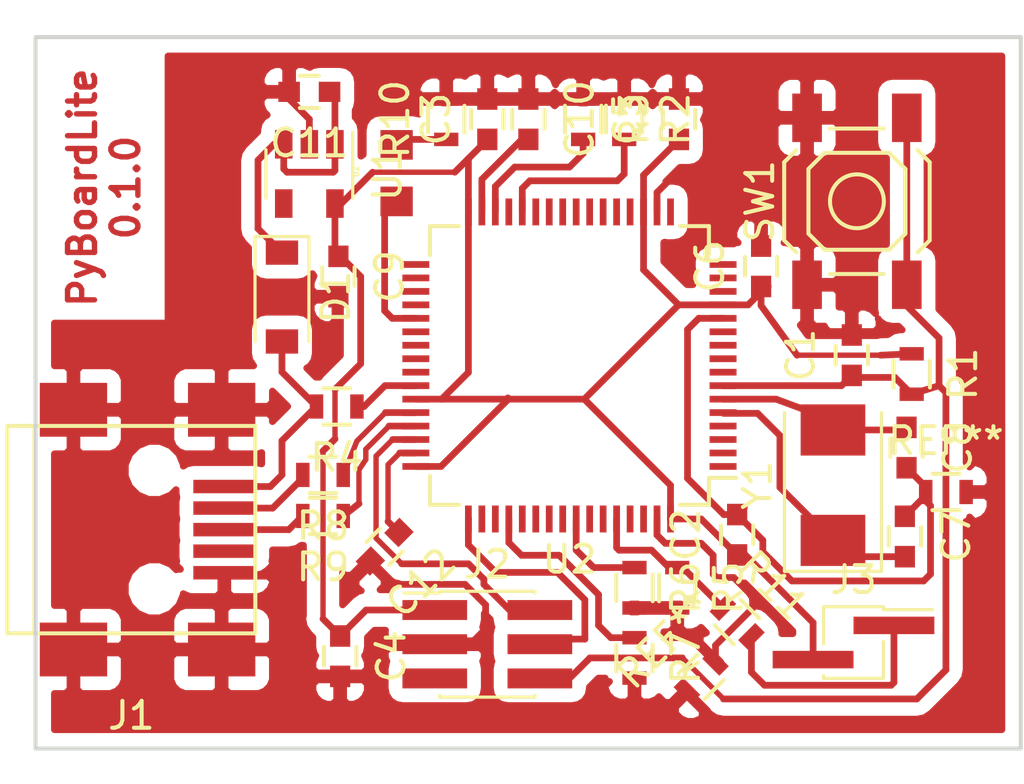
<source format=kicad_pcb>
(kicad_pcb (version 4) (host pcbnew 4.0.7)

  (general
    (links 80)
    (no_connects 5)
    (area 239.510499 23.102499 275.220501 49.668501)
    (thickness 1.6)
    (drawings 5)
    (tracks 238)
    (zones 0)
    (modules 34)
    (nets 67)
  )

  (page A4)
  (layers
    (0 F.Cu signal)
    (31 B.Cu signal)
    (32 B.Adhes user)
    (33 F.Adhes user)
    (34 B.Paste user)
    (35 F.Paste user)
    (36 B.SilkS user)
    (37 F.SilkS user)
    (38 B.Mask user)
    (39 F.Mask user)
    (40 Dwgs.User user)
    (41 Cmts.User user)
    (42 Eco1.User user)
    (43 Eco2.User user)
    (44 Edge.Cuts user)
    (45 Margin user)
    (46 B.CrtYd user)
    (47 F.CrtYd user)
    (48 B.Fab user)
    (49 F.Fab user)
  )

  (setup
    (last_trace_width 0.25)
    (user_trace_width 0.2)
    (trace_clearance 0.2)
    (zone_clearance 0.5)
    (zone_45_only yes)
    (trace_min 0.2)
    (segment_width 0.2)
    (edge_width 0.15)
    (via_size 0.6)
    (via_drill 0.4)
    (via_min_size 0.4)
    (via_min_drill 0.3)
    (uvia_size 0.3)
    (uvia_drill 0.1)
    (uvias_allowed no)
    (uvia_min_size 0.2)
    (uvia_min_drill 0.1)
    (pcb_text_width 0.3)
    (pcb_text_size 1.5 1.5)
    (mod_edge_width 0.15)
    (mod_text_size 1 1)
    (mod_text_width 0.15)
    (pad_size 0.5 0.9)
    (pad_drill 0)
    (pad_to_mask_clearance 0.2)
    (aux_axis_origin 0 0)
    (visible_elements FFFC7F7F)
    (pcbplotparams
      (layerselection 0x01000_00000000)
      (usegerberextensions false)
      (excludeedgelayer true)
      (linewidth 0.100000)
      (plotframeref false)
      (viasonmask false)
      (mode 1)
      (useauxorigin false)
      (hpglpennumber 1)
      (hpglpenspeed 20)
      (hpglpendiameter 15)
      (hpglpenoverlay 2)
      (psnegative true)
      (psa4output false)
      (plotreference true)
      (plotvalue true)
      (plotinvisibletext false)
      (padsonsilk false)
      (subtractmaskfromsilk false)
      (outputformat 2)
      (mirror true)
      (drillshape 0)
      (scaleselection 1)
      (outputdirectory ""))
  )

  (net 0 "")
  (net 1 +3V3)
  (net 2 /NRST)
  (net 3 GND)
  (net 4 "Net-(R2-Pad2)")
  (net 5 "Net-(R3-Pad2)")
  (net 6 "Net-(R4-Pad1)")
  (net 7 "Net-(D1-Pad2)")
  (net 8 "Net-(R6-Pad1)")
  (net 9 "Net-(R7-Pad1)")
  (net 10 "Net-(R8-Pad1)")
  (net 11 "Net-(J1-Pad2)")
  (net 12 "Net-(R9-Pad1)")
  (net 13 "Net-(J1-Pad3)")
  (net 14 "Net-(U2-Pad1)")
  (net 15 "Net-(U2-Pad2)")
  (net 16 "Net-(U2-Pad3)")
  (net 17 "Net-(U2-Pad4)")
  (net 18 "Net-(C7-Pad2)")
  (net 19 "Net-(C8-Pad1)")
  (net 20 "Net-(U2-Pad8)")
  (net 21 "Net-(U2-Pad9)")
  (net 22 "Net-(U2-Pad10)")
  (net 23 "Net-(U2-Pad11)")
  (net 24 "Net-(U2-Pad14)")
  (net 25 "Net-(U2-Pad15)")
  (net 26 "Net-(U2-Pad16)")
  (net 27 "Net-(U2-Pad17)")
  (net 28 "Net-(U2-Pad20)")
  (net 29 "Net-(U2-Pad21)")
  (net 30 "Net-(U2-Pad22)")
  (net 31 "Net-(U2-Pad23)")
  (net 32 "Net-(U2-Pad24)")
  (net 33 "Net-(U2-Pad25)")
  (net 34 "Net-(U2-Pad26)")
  (net 35 "Net-(U2-Pad27)")
  (net 36 "Net-(U2-Pad29)")
  (net 37 "Net-(C10-Pad2)")
  (net 38 "Net-(U2-Pad33)")
  (net 39 "Net-(U2-Pad34)")
  (net 40 "Net-(U2-Pad35)")
  (net 41 "Net-(U2-Pad36)")
  (net 42 "Net-(U2-Pad38)")
  (net 43 "Net-(U2-Pad39)")
  (net 44 "Net-(U2-Pad40)")
  (net 45 "Net-(U2-Pad41)")
  (net 46 /SWDIO)
  (net 47 "Net-(C12-Pad1)")
  (net 48 /SWCLK)
  (net 49 "Net-(U2-Pad50)")
  (net 50 "Net-(U2-Pad51)")
  (net 51 "Net-(U2-Pad53)")
  (net 52 "Net-(U2-Pad54)")
  (net 53 "Net-(U2-Pad55)")
  (net 54 "Net-(U2-Pad56)")
  (net 55 "Net-(U2-Pad58)")
  (net 56 "Net-(U2-Pad59)")
  (net 57 "Net-(U2-Pad61)")
  (net 58 "Net-(U2-Pad62)")
  (net 59 +5V)
  (net 60 "Net-(J1-Pad4)")
  (net 61 "Net-(U1-Pad4)")
  (net 62 "Net-(J2-Pad5)")
  (net 63 "Net-(D2-Pad1)")
  (net 64 "Net-(D2-Pad2)")
  (net 65 "Net-(R11-Pad1)")
  (net 66 "Net-(J3-Pad1)")

  (net_class Default "This is the default net class."
    (clearance 0.2)
    (trace_width 0.25)
    (via_dia 0.6)
    (via_drill 0.4)
    (uvia_dia 0.3)
    (uvia_drill 0.1)
    (add_net +3V3)
    (add_net +5V)
    (add_net /NRST)
    (add_net /SWCLK)
    (add_net /SWDIO)
    (add_net GND)
    (add_net "Net-(C10-Pad2)")
    (add_net "Net-(C12-Pad1)")
    (add_net "Net-(C7-Pad2)")
    (add_net "Net-(C8-Pad1)")
    (add_net "Net-(D1-Pad2)")
    (add_net "Net-(D2-Pad1)")
    (add_net "Net-(D2-Pad2)")
    (add_net "Net-(J1-Pad2)")
    (add_net "Net-(J1-Pad3)")
    (add_net "Net-(J1-Pad4)")
    (add_net "Net-(J2-Pad5)")
    (add_net "Net-(J3-Pad1)")
    (add_net "Net-(R11-Pad1)")
    (add_net "Net-(R2-Pad2)")
    (add_net "Net-(R3-Pad2)")
    (add_net "Net-(R4-Pad1)")
    (add_net "Net-(R6-Pad1)")
    (add_net "Net-(R7-Pad1)")
    (add_net "Net-(R8-Pad1)")
    (add_net "Net-(R9-Pad1)")
    (add_net "Net-(U1-Pad4)")
    (add_net "Net-(U2-Pad1)")
    (add_net "Net-(U2-Pad10)")
    (add_net "Net-(U2-Pad11)")
    (add_net "Net-(U2-Pad14)")
    (add_net "Net-(U2-Pad15)")
    (add_net "Net-(U2-Pad16)")
    (add_net "Net-(U2-Pad17)")
    (add_net "Net-(U2-Pad2)")
    (add_net "Net-(U2-Pad20)")
    (add_net "Net-(U2-Pad21)")
    (add_net "Net-(U2-Pad22)")
    (add_net "Net-(U2-Pad23)")
    (add_net "Net-(U2-Pad24)")
    (add_net "Net-(U2-Pad25)")
    (add_net "Net-(U2-Pad26)")
    (add_net "Net-(U2-Pad27)")
    (add_net "Net-(U2-Pad29)")
    (add_net "Net-(U2-Pad3)")
    (add_net "Net-(U2-Pad33)")
    (add_net "Net-(U2-Pad34)")
    (add_net "Net-(U2-Pad35)")
    (add_net "Net-(U2-Pad36)")
    (add_net "Net-(U2-Pad38)")
    (add_net "Net-(U2-Pad39)")
    (add_net "Net-(U2-Pad4)")
    (add_net "Net-(U2-Pad40)")
    (add_net "Net-(U2-Pad41)")
    (add_net "Net-(U2-Pad50)")
    (add_net "Net-(U2-Pad51)")
    (add_net "Net-(U2-Pad53)")
    (add_net "Net-(U2-Pad54)")
    (add_net "Net-(U2-Pad55)")
    (add_net "Net-(U2-Pad56)")
    (add_net "Net-(U2-Pad58)")
    (add_net "Net-(U2-Pad59)")
    (add_net "Net-(U2-Pad61)")
    (add_net "Net-(U2-Pad62)")
    (add_net "Net-(U2-Pad8)")
    (add_net "Net-(U2-Pad9)")
  )

  (module Crystals:Crystal_SMD_Abracon_ABM3-2pin_5.0x3.2mm (layer F.Cu) (tedit 58CD2E9C) (tstamp 5A985ECF)
    (at 269.1765 39.8145 90)
    (descr "Abracon Miniature Ceramic Smd Crystal ABM3 http://www.abracon.com/Resonators/abm3.pdf, 5.0x3.2mm^2 package")
    (tags "SMD SMT crystal")
    (path /5A8A0BE9)
    (attr smd)
    (fp_text reference Y1 (at 0 -2.8 90) (layer F.SilkS)
      (effects (font (size 1 1) (thickness 0.15)))
    )
    (fp_text value 8MHz (at 0 2.8 90) (layer F.Fab)
      (effects (font (size 1 1) (thickness 0.15)))
    )
    (fp_text user %R (at 0 0 90) (layer F.Fab)
      (effects (font (size 1 1) (thickness 0.15)))
    )
    (fp_line (start -2.3 -1.6) (end 2.3 -1.6) (layer F.Fab) (width 0.1))
    (fp_line (start 2.3 -1.6) (end 2.5 -1.4) (layer F.Fab) (width 0.1))
    (fp_line (start 2.5 -1.4) (end 2.5 1.4) (layer F.Fab) (width 0.1))
    (fp_line (start 2.5 1.4) (end 2.3 1.6) (layer F.Fab) (width 0.1))
    (fp_line (start 2.3 1.6) (end -2.3 1.6) (layer F.Fab) (width 0.1))
    (fp_line (start -2.3 1.6) (end -2.5 1.4) (layer F.Fab) (width 0.1))
    (fp_line (start -2.5 1.4) (end -2.5 -1.4) (layer F.Fab) (width 0.1))
    (fp_line (start -2.5 -1.4) (end -2.3 -1.6) (layer F.Fab) (width 0.1))
    (fp_line (start -2.5 0.6) (end -1.5 1.6) (layer F.Fab) (width 0.1))
    (fp_line (start 2.7 -1.8) (end -3.2 -1.8) (layer F.SilkS) (width 0.12))
    (fp_line (start -3.2 -1.8) (end -3.2 1.8) (layer F.SilkS) (width 0.12))
    (fp_line (start -3.2 1.8) (end 2.7 1.8) (layer F.SilkS) (width 0.12))
    (fp_line (start -3.3 -1.9) (end -3.3 1.9) (layer F.CrtYd) (width 0.05))
    (fp_line (start -3.3 1.9) (end 3.3 1.9) (layer F.CrtYd) (width 0.05))
    (fp_line (start 3.3 1.9) (end 3.3 -1.9) (layer F.CrtYd) (width 0.05))
    (fp_line (start 3.3 -1.9) (end -3.3 -1.9) (layer F.CrtYd) (width 0.05))
    (fp_circle (center 0 0) (end 0.5 0) (layer F.Adhes) (width 0.1))
    (fp_circle (center 0 0) (end 0.416667 0) (layer F.Adhes) (width 0.166667))
    (fp_circle (center 0 0) (end 0.266667 0) (layer F.Adhes) (width 0.166667))
    (fp_circle (center 0 0) (end 0.116667 0) (layer F.Adhes) (width 0.233333))
    (pad 1 smd rect (at -2.05 0 90) (size 1.9 2.4) (layers F.Cu F.Paste F.Mask)
      (net 18 "Net-(C7-Pad2)"))
    (pad 2 smd rect (at 2.05 0 90) (size 1.9 2.4) (layers F.Cu F.Paste F.Mask)
      (net 19 "Net-(C8-Pad1)"))
    (model ${KISYS3DMOD}/Crystals.3dshapes/Crystal_SMD_Abracon_ABM3-2pin_5.0x3.2mm.wrl
      (at (xyz 0 0 0))
      (scale (xyz 1 1 1))
      (rotate (xyz 0 0 0))
    )
  )

  (module Resistors_SMD:R_0603 (layer F.Cu) (tedit 5A8F2DC0) (tstamp 5AAAF663)
    (at 273.3675 40.0685)
    (descr "Resistor SMD 0603, reflow soldering, Vishay (see dcrcw.pdf)")
    (tags "resistor 0603")
    (attr smd)
    (fp_text reference REF** (at 0 -1.9) (layer F.SilkS)
      (effects (font (size 1 1) (thickness 0.15)))
    )
    (fp_text value R_0603 (at 0 1.9) (layer F.Fab)
      (effects (font (size 1 1) (thickness 0.15)))
    )
    (fp_line (start -0.8 0.4) (end -0.8 -0.4) (layer F.Fab) (width 0.1))
    (fp_line (start 0.8 0.4) (end -0.8 0.4) (layer F.Fab) (width 0.1))
    (fp_line (start 0.8 -0.4) (end 0.8 0.4) (layer F.Fab) (width 0.1))
    (fp_line (start -0.8 -0.4) (end 0.8 -0.4) (layer F.Fab) (width 0.1))
    (fp_line (start -1.3 -0.8) (end 1.3 -0.8) (layer F.CrtYd) (width 0.05))
    (fp_line (start -1.3 0.8) (end 1.3 0.8) (layer F.CrtYd) (width 0.05))
    (fp_line (start -1.3 -0.8) (end -1.3 0.8) (layer F.CrtYd) (width 0.05))
    (fp_line (start 1.3 -0.8) (end 1.3 0.8) (layer F.CrtYd) (width 0.05))
    (fp_line (start 0.5 0.675) (end -0.5 0.675) (layer F.SilkS) (width 0.15))
    (fp_line (start -0.5 -0.675) (end 0.5 -0.675) (layer F.SilkS) (width 0.15))
    (pad 1 smd rect (at -0.75 0) (size 0.5 0.9) (layers F.Cu F.Paste F.Mask)
      (net 3 GND))
    (pad 2 smd rect (at 0.75 0) (size 0.5 0.9) (layers F.Cu F.Paste F.Mask)
      (net 3 GND))
    (model Resistors_SMD.3dshapes/R_0603.wrl
      (at (xyz 0 0 0))
      (scale (xyz 1 1 1))
      (rotate (xyz 0 0 0))
    )
  )

  (module Resistors_SMD:R_0603 (layer F.Cu) (tedit 5A8F2D96) (tstamp 5AA7CD20)
    (at 264.287 46.9265 45)
    (descr "Resistor SMD 0603, reflow soldering, Vishay (see dcrcw.pdf)")
    (tags "resistor 0603")
    (attr smd)
    (fp_text reference REF** (at 0 -1.9 45) (layer F.SilkS)
      (effects (font (size 1 1) (thickness 0.15)))
    )
    (fp_text value R_0603 (at 0 1.9 45) (layer F.Fab)
      (effects (font (size 1 1) (thickness 0.15)))
    )
    (fp_line (start -0.8 0.4) (end -0.8 -0.4) (layer F.Fab) (width 0.1))
    (fp_line (start 0.8 0.4) (end -0.8 0.4) (layer F.Fab) (width 0.1))
    (fp_line (start 0.8 -0.4) (end 0.8 0.4) (layer F.Fab) (width 0.1))
    (fp_line (start -0.8 -0.4) (end 0.8 -0.4) (layer F.Fab) (width 0.1))
    (fp_line (start -1.3 -0.8) (end 1.3 -0.8) (layer F.CrtYd) (width 0.05))
    (fp_line (start -1.3 0.8) (end 1.3 0.8) (layer F.CrtYd) (width 0.05))
    (fp_line (start -1.3 -0.8) (end -1.3 0.8) (layer F.CrtYd) (width 0.05))
    (fp_line (start 1.3 -0.8) (end 1.3 0.8) (layer F.CrtYd) (width 0.05))
    (fp_line (start 0.5 0.675) (end -0.5 0.675) (layer F.SilkS) (width 0.15))
    (fp_line (start -0.5 -0.675) (end 0.5 -0.675) (layer F.SilkS) (width 0.15))
    (pad 1 smd rect (at -0.75 0 45) (size 0.5 0.9) (layers F.Cu F.Paste F.Mask)
      (net 3 GND))
    (pad 2 smd rect (at 0.75 0 45) (size 0.5 0.9) (layers F.Cu F.Paste F.Mask)
      (net 3 GND))
    (model Resistors_SMD.3dshapes/R_0603.wrl
      (at (xyz 0 0 0))
      (scale (xyz 1 1 1))
      (rotate (xyz 0 0 0))
    )
  )

  (module Housings_QFP:LQFP-64_10x10mm_Pitch0.5mm (layer F.Cu) (tedit 54130A77) (tstamp 5A8B7193)
    (at 259.3975 35.3695 180)
    (descr "64 LEAD LQFP 10x10mm (see MICREL LQFP10x10-64LD-PL-1.pdf)")
    (tags "QFP 0.5")
    (path /5A89BD70)
    (attr smd)
    (fp_text reference U2 (at 0 -7.2 180) (layer F.SilkS)
      (effects (font (size 1 1) (thickness 0.15)))
    )
    (fp_text value STM32F405RGT6 (at 0 7.2 180) (layer F.Fab)
      (effects (font (size 1 1) (thickness 0.15)))
    )
    (fp_text user %R (at 0 0 180) (layer F.Fab)
      (effects (font (size 1 1) (thickness 0.15)))
    )
    (fp_line (start -4 -5) (end 5 -5) (layer F.Fab) (width 0.15))
    (fp_line (start 5 -5) (end 5 5) (layer F.Fab) (width 0.15))
    (fp_line (start 5 5) (end -5 5) (layer F.Fab) (width 0.15))
    (fp_line (start -5 5) (end -5 -4) (layer F.Fab) (width 0.15))
    (fp_line (start -5 -4) (end -4 -5) (layer F.Fab) (width 0.15))
    (fp_line (start -6.45 -6.45) (end -6.45 6.45) (layer F.CrtYd) (width 0.05))
    (fp_line (start 6.45 -6.45) (end 6.45 6.45) (layer F.CrtYd) (width 0.05))
    (fp_line (start -6.45 -6.45) (end 6.45 -6.45) (layer F.CrtYd) (width 0.05))
    (fp_line (start -6.45 6.45) (end 6.45 6.45) (layer F.CrtYd) (width 0.05))
    (fp_line (start -5.175 -5.175) (end -5.175 -4.175) (layer F.SilkS) (width 0.15))
    (fp_line (start 5.175 -5.175) (end 5.175 -4.1) (layer F.SilkS) (width 0.15))
    (fp_line (start 5.175 5.175) (end 5.175 4.1) (layer F.SilkS) (width 0.15))
    (fp_line (start -5.175 5.175) (end -5.175 4.1) (layer F.SilkS) (width 0.15))
    (fp_line (start -5.175 -5.175) (end -4.1 -5.175) (layer F.SilkS) (width 0.15))
    (fp_line (start -5.175 5.175) (end -4.1 5.175) (layer F.SilkS) (width 0.15))
    (fp_line (start 5.175 5.175) (end 4.1 5.175) (layer F.SilkS) (width 0.15))
    (fp_line (start 5.175 -5.175) (end 4.1 -5.175) (layer F.SilkS) (width 0.15))
    (fp_line (start -5.175 -4.175) (end -6.2 -4.175) (layer F.SilkS) (width 0.15))
    (pad 1 smd rect (at -5.7 -3.75 180) (size 1 0.25) (layers F.Cu F.Paste F.Mask)
      (net 14 "Net-(U2-Pad1)"))
    (pad 2 smd rect (at -5.7 -3.25 180) (size 1 0.25) (layers F.Cu F.Paste F.Mask)
      (net 15 "Net-(U2-Pad2)"))
    (pad 3 smd rect (at -5.7 -2.75 180) (size 1 0.25) (layers F.Cu F.Paste F.Mask)
      (net 16 "Net-(U2-Pad3)"))
    (pad 4 smd rect (at -5.7 -2.25 180) (size 1 0.25) (layers F.Cu F.Paste F.Mask)
      (net 17 "Net-(U2-Pad4)"))
    (pad 5 smd rect (at -5.7 -1.75 180) (size 1 0.25) (layers F.Cu F.Paste F.Mask)
      (net 18 "Net-(C7-Pad2)"))
    (pad 6 smd rect (at -5.7 -1.25 180) (size 1 0.25) (layers F.Cu F.Paste F.Mask)
      (net 19 "Net-(C8-Pad1)"))
    (pad 7 smd rect (at -5.7 -0.75 180) (size 1 0.25) (layers F.Cu F.Paste F.Mask)
      (net 2 /NRST))
    (pad 8 smd rect (at -5.7 -0.25 180) (size 1 0.25) (layers F.Cu F.Paste F.Mask)
      (net 20 "Net-(U2-Pad8)"))
    (pad 9 smd rect (at -5.7 0.25 180) (size 1 0.25) (layers F.Cu F.Paste F.Mask)
      (net 21 "Net-(U2-Pad9)"))
    (pad 10 smd rect (at -5.7 0.75 180) (size 1 0.25) (layers F.Cu F.Paste F.Mask)
      (net 22 "Net-(U2-Pad10)"))
    (pad 11 smd rect (at -5.7 1.25 180) (size 1 0.25) (layers F.Cu F.Paste F.Mask)
      (net 23 "Net-(U2-Pad11)"))
    (pad 12 smd rect (at -5.7 1.75 180) (size 1 0.25) (layers F.Cu F.Paste F.Mask)
      (net 3 GND))
    (pad 13 smd rect (at -5.7 2.25 180) (size 1 0.25) (layers F.Cu F.Paste F.Mask)
      (net 1 +3V3))
    (pad 14 smd rect (at -5.7 2.75 180) (size 1 0.25) (layers F.Cu F.Paste F.Mask)
      (net 24 "Net-(U2-Pad14)"))
    (pad 15 smd rect (at -5.7 3.25 180) (size 1 0.25) (layers F.Cu F.Paste F.Mask)
      (net 25 "Net-(U2-Pad15)"))
    (pad 16 smd rect (at -5.7 3.75 180) (size 1 0.25) (layers F.Cu F.Paste F.Mask)
      (net 26 "Net-(U2-Pad16)"))
    (pad 17 smd rect (at -3.75 5.7 270) (size 1 0.25) (layers F.Cu F.Paste F.Mask)
      (net 27 "Net-(U2-Pad17)"))
    (pad 18 smd rect (at -3.25 5.7 270) (size 1 0.25) (layers F.Cu F.Paste F.Mask)
      (net 3 GND))
    (pad 19 smd rect (at -2.75 5.7 270) (size 1 0.25) (layers F.Cu F.Paste F.Mask)
      (net 1 +3V3))
    (pad 20 smd rect (at -2.25 5.7 270) (size 1 0.25) (layers F.Cu F.Paste F.Mask)
      (net 28 "Net-(U2-Pad20)"))
    (pad 21 smd rect (at -1.75 5.7 270) (size 1 0.25) (layers F.Cu F.Paste F.Mask)
      (net 29 "Net-(U2-Pad21)"))
    (pad 22 smd rect (at -1.25 5.7 270) (size 1 0.25) (layers F.Cu F.Paste F.Mask)
      (net 30 "Net-(U2-Pad22)"))
    (pad 23 smd rect (at -0.75 5.7 270) (size 1 0.25) (layers F.Cu F.Paste F.Mask)
      (net 31 "Net-(U2-Pad23)"))
    (pad 24 smd rect (at -0.25 5.7 270) (size 1 0.25) (layers F.Cu F.Paste F.Mask)
      (net 32 "Net-(U2-Pad24)"))
    (pad 25 smd rect (at 0.25 5.7 270) (size 1 0.25) (layers F.Cu F.Paste F.Mask)
      (net 33 "Net-(U2-Pad25)"))
    (pad 26 smd rect (at 0.75 5.7 270) (size 1 0.25) (layers F.Cu F.Paste F.Mask)
      (net 34 "Net-(U2-Pad26)"))
    (pad 27 smd rect (at 1.25 5.7 270) (size 1 0.25) (layers F.Cu F.Paste F.Mask)
      (net 35 "Net-(U2-Pad27)"))
    (pad 28 smd rect (at 1.75 5.7 270) (size 1 0.25) (layers F.Cu F.Paste F.Mask)
      (net 4 "Net-(R2-Pad2)"))
    (pad 29 smd rect (at 2.25 5.7 270) (size 1 0.25) (layers F.Cu F.Paste F.Mask)
      (net 36 "Net-(U2-Pad29)"))
    (pad 30 smd rect (at 2.75 5.7 270) (size 1 0.25) (layers F.Cu F.Paste F.Mask)
      (net 5 "Net-(R3-Pad2)"))
    (pad 31 smd rect (at 3.25 5.7 270) (size 1 0.25) (layers F.Cu F.Paste F.Mask)
      (net 37 "Net-(C10-Pad2)"))
    (pad 32 smd rect (at 3.75 5.7 270) (size 1 0.25) (layers F.Cu F.Paste F.Mask)
      (net 1 +3V3))
    (pad 33 smd rect (at 5.7 3.75 180) (size 1 0.25) (layers F.Cu F.Paste F.Mask)
      (net 38 "Net-(U2-Pad33)"))
    (pad 34 smd rect (at 5.7 3.25 180) (size 1 0.25) (layers F.Cu F.Paste F.Mask)
      (net 39 "Net-(U2-Pad34)"))
    (pad 35 smd rect (at 5.7 2.75 180) (size 1 0.25) (layers F.Cu F.Paste F.Mask)
      (net 40 "Net-(U2-Pad35)"))
    (pad 36 smd rect (at 5.7 2.25 180) (size 1 0.25) (layers F.Cu F.Paste F.Mask)
      (net 41 "Net-(U2-Pad36)"))
    (pad 37 smd rect (at 5.7 1.75 180) (size 1 0.25) (layers F.Cu F.Paste F.Mask)
      (net 64 "Net-(D2-Pad2)"))
    (pad 38 smd rect (at 5.7 1.25 180) (size 1 0.25) (layers F.Cu F.Paste F.Mask)
      (net 42 "Net-(U2-Pad38)"))
    (pad 39 smd rect (at 5.7 0.75 180) (size 1 0.25) (layers F.Cu F.Paste F.Mask)
      (net 43 "Net-(U2-Pad39)"))
    (pad 40 smd rect (at 5.7 0.25 180) (size 1 0.25) (layers F.Cu F.Paste F.Mask)
      (net 44 "Net-(U2-Pad40)"))
    (pad 41 smd rect (at 5.7 -0.25 180) (size 1 0.25) (layers F.Cu F.Paste F.Mask)
      (net 45 "Net-(U2-Pad41)"))
    (pad 42 smd rect (at 5.7 -0.75 180) (size 1 0.25) (layers F.Cu F.Paste F.Mask)
      (net 6 "Net-(R4-Pad1)"))
    (pad 43 smd rect (at 5.7 -1.25 180) (size 1 0.25) (layers F.Cu F.Paste F.Mask)
      (net 1 +3V3))
    (pad 44 smd rect (at 5.7 -1.75 180) (size 1 0.25) (layers F.Cu F.Paste F.Mask)
      (net 10 "Net-(R8-Pad1)"))
    (pad 45 smd rect (at 5.7 -2.25 180) (size 1 0.25) (layers F.Cu F.Paste F.Mask)
      (net 12 "Net-(R9-Pad1)"))
    (pad 46 smd rect (at 5.7 -2.75 180) (size 1 0.25) (layers F.Cu F.Paste F.Mask)
      (net 46 /SWDIO))
    (pad 47 smd rect (at 5.7 -3.25 180) (size 1 0.25) (layers F.Cu F.Paste F.Mask)
      (net 47 "Net-(C12-Pad1)"))
    (pad 48 smd rect (at 5.7 -3.75 180) (size 1 0.25) (layers F.Cu F.Paste F.Mask)
      (net 1 +3V3))
    (pad 49 smd rect (at 3.75 -5.7 270) (size 1 0.25) (layers F.Cu F.Paste F.Mask)
      (net 48 /SWCLK))
    (pad 50 smd rect (at 3.25 -5.7 270) (size 1 0.25) (layers F.Cu F.Paste F.Mask)
      (net 49 "Net-(U2-Pad50)"))
    (pad 51 smd rect (at 2.75 -5.7 270) (size 1 0.25) (layers F.Cu F.Paste F.Mask)
      (net 50 "Net-(U2-Pad51)"))
    (pad 52 smd rect (at 2.25 -5.7 270) (size 1 0.25) (layers F.Cu F.Paste F.Mask)
      (net 9 "Net-(R7-Pad1)"))
    (pad 53 smd rect (at 1.75 -5.7 270) (size 1 0.25) (layers F.Cu F.Paste F.Mask)
      (net 51 "Net-(U2-Pad53)"))
    (pad 54 smd rect (at 1.25 -5.7 270) (size 1 0.25) (layers F.Cu F.Paste F.Mask)
      (net 52 "Net-(U2-Pad54)"))
    (pad 55 smd rect (at 0.75 -5.7 270) (size 1 0.25) (layers F.Cu F.Paste F.Mask)
      (net 53 "Net-(U2-Pad55)"))
    (pad 56 smd rect (at 0.25 -5.7 270) (size 1 0.25) (layers F.Cu F.Paste F.Mask)
      (net 54 "Net-(U2-Pad56)"))
    (pad 57 smd rect (at -0.25 -5.7 270) (size 1 0.25) (layers F.Cu F.Paste F.Mask)
      (net 8 "Net-(R6-Pad1)"))
    (pad 58 smd rect (at -0.75 -5.7 270) (size 1 0.25) (layers F.Cu F.Paste F.Mask)
      (net 55 "Net-(U2-Pad58)"))
    (pad 59 smd rect (at -1.25 -5.7 270) (size 1 0.25) (layers F.Cu F.Paste F.Mask)
      (net 56 "Net-(U2-Pad59)"))
    (pad 60 smd rect (at -1.75 -5.7 270) (size 1 0.25) (layers F.Cu F.Paste F.Mask)
      (net 65 "Net-(R11-Pad1)"))
    (pad 61 smd rect (at -2.25 -5.7 270) (size 1 0.25) (layers F.Cu F.Paste F.Mask)
      (net 57 "Net-(U2-Pad61)"))
    (pad 62 smd rect (at -2.75 -5.7 270) (size 1 0.25) (layers F.Cu F.Paste F.Mask)
      (net 58 "Net-(U2-Pad62)"))
    (pad 63 smd rect (at -3.25 -5.7 270) (size 1 0.25) (layers F.Cu F.Paste F.Mask)
      (net 3 GND))
    (pad 64 smd rect (at -3.75 -5.7 270) (size 1 0.25) (layers F.Cu F.Paste F.Mask)
      (net 1 +3V3))
    (model Housings_QFP.3dshapes/LQFP-64_10x10mm_Pitch0.5mm.wrl
      (at (xyz 0 0 0))
      (scale (xyz 1 1 1))
      (rotate (xyz 0 0 0))
    )
  )

  (module Resistors_SMD:R_0603 (layer F.Cu) (tedit 58307A47) (tstamp 5A8B70BC)
    (at 272.0975 35.687 270)
    (descr "Resistor SMD 0603, reflow soldering, Vishay (see dcrcw.pdf)")
    (tags "resistor 0603")
    (path /5A8A3D94)
    (attr smd)
    (fp_text reference R1 (at 0 -1.9 270) (layer F.SilkS)
      (effects (font (size 1 1) (thickness 0.15)))
    )
    (fp_text value 10K (at 0 1.9 270) (layer F.Fab)
      (effects (font (size 1 1) (thickness 0.15)))
    )
    (fp_line (start -0.8 0.4) (end -0.8 -0.4) (layer F.Fab) (width 0.1))
    (fp_line (start 0.8 0.4) (end -0.8 0.4) (layer F.Fab) (width 0.1))
    (fp_line (start 0.8 -0.4) (end 0.8 0.4) (layer F.Fab) (width 0.1))
    (fp_line (start -0.8 -0.4) (end 0.8 -0.4) (layer F.Fab) (width 0.1))
    (fp_line (start -1.3 -0.8) (end 1.3 -0.8) (layer F.CrtYd) (width 0.05))
    (fp_line (start -1.3 0.8) (end 1.3 0.8) (layer F.CrtYd) (width 0.05))
    (fp_line (start -1.3 -0.8) (end -1.3 0.8) (layer F.CrtYd) (width 0.05))
    (fp_line (start 1.3 -0.8) (end 1.3 0.8) (layer F.CrtYd) (width 0.05))
    (fp_line (start 0.5 0.675) (end -0.5 0.675) (layer F.SilkS) (width 0.15))
    (fp_line (start -0.5 -0.675) (end 0.5 -0.675) (layer F.SilkS) (width 0.15))
    (pad 1 smd rect (at -0.75 0 270) (size 0.5 0.9) (layers F.Cu F.Paste F.Mask)
      (net 1 +3V3))
    (pad 2 smd rect (at 0.75 0 270) (size 0.5 0.9) (layers F.Cu F.Paste F.Mask)
      (net 2 /NRST))
    (model Resistors_SMD.3dshapes/R_0603.wrl
      (at (xyz 0 0 0))
      (scale (xyz 1 1 1))
      (rotate (xyz 0 0 0))
    )
  )

  (module Resistors_SMD:R_0603 (layer F.Cu) (tedit 58307A47) (tstamp 5A8B70CC)
    (at 261.4295 26.2255 270)
    (descr "Resistor SMD 0603, reflow soldering, Vishay (see dcrcw.pdf)")
    (tags "resistor 0603")
    (path /5A8A36CB)
    (attr smd)
    (fp_text reference R2 (at 0 -1.9 270) (layer F.SilkS)
      (effects (font (size 1 1) (thickness 0.15)))
    )
    (fp_text value 10K (at 0 1.9 270) (layer F.Fab)
      (effects (font (size 1 1) (thickness 0.15)))
    )
    (fp_line (start -0.8 0.4) (end -0.8 -0.4) (layer F.Fab) (width 0.1))
    (fp_line (start 0.8 0.4) (end -0.8 0.4) (layer F.Fab) (width 0.1))
    (fp_line (start 0.8 -0.4) (end 0.8 0.4) (layer F.Fab) (width 0.1))
    (fp_line (start -0.8 -0.4) (end 0.8 -0.4) (layer F.Fab) (width 0.1))
    (fp_line (start -1.3 -0.8) (end 1.3 -0.8) (layer F.CrtYd) (width 0.05))
    (fp_line (start -1.3 0.8) (end 1.3 0.8) (layer F.CrtYd) (width 0.05))
    (fp_line (start -1.3 -0.8) (end -1.3 0.8) (layer F.CrtYd) (width 0.05))
    (fp_line (start 1.3 -0.8) (end 1.3 0.8) (layer F.CrtYd) (width 0.05))
    (fp_line (start 0.5 0.675) (end -0.5 0.675) (layer F.SilkS) (width 0.15))
    (fp_line (start -0.5 -0.675) (end 0.5 -0.675) (layer F.SilkS) (width 0.15))
    (pad 1 smd rect (at -0.75 0 270) (size 0.5 0.9) (layers F.Cu F.Paste F.Mask)
      (net 3 GND))
    (pad 2 smd rect (at 0.75 0 270) (size 0.5 0.9) (layers F.Cu F.Paste F.Mask)
      (net 4 "Net-(R2-Pad2)"))
    (model Resistors_SMD.3dshapes/R_0603.wrl
      (at (xyz 0 0 0))
      (scale (xyz 1 1 1))
      (rotate (xyz 0 0 0))
    )
  )

  (module Resistors_SMD:R_0603 (layer F.Cu) (tedit 58307A47) (tstamp 5A8B70DC)
    (at 259.9055 26.2255 270)
    (descr "Resistor SMD 0603, reflow soldering, Vishay (see dcrcw.pdf)")
    (tags "resistor 0603")
    (path /5A8A536A)
    (attr smd)
    (fp_text reference R3 (at 0 -1.9 270) (layer F.SilkS)
      (effects (font (size 1 1) (thickness 0.15)))
    )
    (fp_text value 10K (at 0 1.9 270) (layer F.Fab)
      (effects (font (size 1 1) (thickness 0.15)))
    )
    (fp_line (start -0.8 0.4) (end -0.8 -0.4) (layer F.Fab) (width 0.1))
    (fp_line (start 0.8 0.4) (end -0.8 0.4) (layer F.Fab) (width 0.1))
    (fp_line (start 0.8 -0.4) (end 0.8 0.4) (layer F.Fab) (width 0.1))
    (fp_line (start -0.8 -0.4) (end 0.8 -0.4) (layer F.Fab) (width 0.1))
    (fp_line (start -1.3 -0.8) (end 1.3 -0.8) (layer F.CrtYd) (width 0.05))
    (fp_line (start -1.3 0.8) (end 1.3 0.8) (layer F.CrtYd) (width 0.05))
    (fp_line (start -1.3 -0.8) (end -1.3 0.8) (layer F.CrtYd) (width 0.05))
    (fp_line (start 1.3 -0.8) (end 1.3 0.8) (layer F.CrtYd) (width 0.05))
    (fp_line (start 0.5 0.675) (end -0.5 0.675) (layer F.SilkS) (width 0.15))
    (fp_line (start -0.5 -0.675) (end 0.5 -0.675) (layer F.SilkS) (width 0.15))
    (pad 1 smd rect (at -0.75 0 270) (size 0.5 0.9) (layers F.Cu F.Paste F.Mask)
      (net 3 GND))
    (pad 2 smd rect (at 0.75 0 270) (size 0.5 0.9) (layers F.Cu F.Paste F.Mask)
      (net 5 "Net-(R3-Pad2)"))
    (model Resistors_SMD.3dshapes/R_0603.wrl
      (at (xyz 0 0 0))
      (scale (xyz 1 1 1))
      (rotate (xyz 0 0 0))
    )
  )

  (module Resistors_SMD:R_0603 (layer F.Cu) (tedit 58307A47) (tstamp 5A8B70EC)
    (at 250.7615 36.8935 180)
    (descr "Resistor SMD 0603, reflow soldering, Vishay (see dcrcw.pdf)")
    (tags "resistor 0603")
    (path /5A8A3B9A)
    (attr smd)
    (fp_text reference R4 (at 0 -1.9 180) (layer F.SilkS)
      (effects (font (size 1 1) (thickness 0.15)))
    )
    (fp_text value 1K (at 0 1.9 180) (layer F.Fab)
      (effects (font (size 1 1) (thickness 0.15)))
    )
    (fp_line (start -0.8 0.4) (end -0.8 -0.4) (layer F.Fab) (width 0.1))
    (fp_line (start 0.8 0.4) (end -0.8 0.4) (layer F.Fab) (width 0.1))
    (fp_line (start 0.8 -0.4) (end 0.8 0.4) (layer F.Fab) (width 0.1))
    (fp_line (start -0.8 -0.4) (end 0.8 -0.4) (layer F.Fab) (width 0.1))
    (fp_line (start -1.3 -0.8) (end 1.3 -0.8) (layer F.CrtYd) (width 0.05))
    (fp_line (start -1.3 0.8) (end 1.3 0.8) (layer F.CrtYd) (width 0.05))
    (fp_line (start -1.3 -0.8) (end -1.3 0.8) (layer F.CrtYd) (width 0.05))
    (fp_line (start 1.3 -0.8) (end 1.3 0.8) (layer F.CrtYd) (width 0.05))
    (fp_line (start 0.5 0.675) (end -0.5 0.675) (layer F.SilkS) (width 0.15))
    (fp_line (start -0.5 -0.675) (end 0.5 -0.675) (layer F.SilkS) (width 0.15))
    (pad 1 smd rect (at -0.75 0 180) (size 0.5 0.9) (layers F.Cu F.Paste F.Mask)
      (net 6 "Net-(R4-Pad1)"))
    (pad 2 smd rect (at 0.75 0 180) (size 0.5 0.9) (layers F.Cu F.Paste F.Mask)
      (net 7 "Net-(D1-Pad2)"))
    (model Resistors_SMD.3dshapes/R_0603.wrl
      (at (xyz 0 0 0))
      (scale (xyz 1 1 1))
      (rotate (xyz 0 0 0))
    )
  )

  (module Resistors_SMD:R_0603 (layer F.Cu) (tedit 58307A47) (tstamp 5A8B70FC)
    (at 263.398 43.6245 270)
    (descr "Resistor SMD 0603, reflow soldering, Vishay (see dcrcw.pdf)")
    (tags "resistor 0603")
    (path /5A8A32E9)
    (attr smd)
    (fp_text reference R5 (at 0 -1.9 270) (layer F.SilkS)
      (effects (font (size 1 1) (thickness 0.15)))
    )
    (fp_text value 100K (at 0 1.9 270) (layer F.Fab)
      (effects (font (size 1 1) (thickness 0.15)))
    )
    (fp_line (start -0.8 0.4) (end -0.8 -0.4) (layer F.Fab) (width 0.1))
    (fp_line (start 0.8 0.4) (end -0.8 0.4) (layer F.Fab) (width 0.1))
    (fp_line (start 0.8 -0.4) (end 0.8 0.4) (layer F.Fab) (width 0.1))
    (fp_line (start -0.8 -0.4) (end 0.8 -0.4) (layer F.Fab) (width 0.1))
    (fp_line (start -1.3 -0.8) (end 1.3 -0.8) (layer F.CrtYd) (width 0.05))
    (fp_line (start -1.3 0.8) (end 1.3 0.8) (layer F.CrtYd) (width 0.05))
    (fp_line (start -1.3 -0.8) (end -1.3 0.8) (layer F.CrtYd) (width 0.05))
    (fp_line (start 1.3 -0.8) (end 1.3 0.8) (layer F.CrtYd) (width 0.05))
    (fp_line (start 0.5 0.675) (end -0.5 0.675) (layer F.SilkS) (width 0.15))
    (fp_line (start -0.5 -0.675) (end 0.5 -0.675) (layer F.SilkS) (width 0.15))
    (pad 1 smd rect (at -0.75 0 270) (size 0.5 0.9) (layers F.Cu F.Paste F.Mask)
      (net 65 "Net-(R11-Pad1)"))
    (pad 2 smd rect (at 0.75 0 270) (size 0.5 0.9) (layers F.Cu F.Paste F.Mask)
      (net 3 GND))
    (model Resistors_SMD.3dshapes/R_0603.wrl
      (at (xyz 0 0 0))
      (scale (xyz 1 1 1))
      (rotate (xyz 0 0 0))
    )
  )

  (module Resistors_SMD:R_0603 (layer F.Cu) (tedit 58307A47) (tstamp 5A8B710C)
    (at 261.8105 43.6245 270)
    (descr "Resistor SMD 0603, reflow soldering, Vishay (see dcrcw.pdf)")
    (tags "resistor 0603")
    (path /5A8A32DE)
    (attr smd)
    (fp_text reference R6 (at 0 -1.9 270) (layer F.SilkS)
      (effects (font (size 1 1) (thickness 0.15)))
    )
    (fp_text value 10K (at 0 1.9 270) (layer F.Fab)
      (effects (font (size 1 1) (thickness 0.15)))
    )
    (fp_line (start -0.8 0.4) (end -0.8 -0.4) (layer F.Fab) (width 0.1))
    (fp_line (start 0.8 0.4) (end -0.8 0.4) (layer F.Fab) (width 0.1))
    (fp_line (start 0.8 -0.4) (end 0.8 0.4) (layer F.Fab) (width 0.1))
    (fp_line (start -0.8 -0.4) (end 0.8 -0.4) (layer F.Fab) (width 0.1))
    (fp_line (start -1.3 -0.8) (end 1.3 -0.8) (layer F.CrtYd) (width 0.05))
    (fp_line (start -1.3 0.8) (end 1.3 0.8) (layer F.CrtYd) (width 0.05))
    (fp_line (start -1.3 -0.8) (end -1.3 0.8) (layer F.CrtYd) (width 0.05))
    (fp_line (start 1.3 -0.8) (end 1.3 0.8) (layer F.CrtYd) (width 0.05))
    (fp_line (start 0.5 0.675) (end -0.5 0.675) (layer F.SilkS) (width 0.15))
    (fp_line (start -0.5 -0.675) (end 0.5 -0.675) (layer F.SilkS) (width 0.15))
    (pad 1 smd rect (at -0.75 0 270) (size 0.5 0.9) (layers F.Cu F.Paste F.Mask)
      (net 8 "Net-(R6-Pad1)"))
    (pad 2 smd rect (at 0.75 0 270) (size 0.5 0.9) (layers F.Cu F.Paste F.Mask)
      (net 3 GND))
    (model Resistors_SMD.3dshapes/R_0603.wrl
      (at (xyz 0 0 0))
      (scale (xyz 1 1 1))
      (rotate (xyz 0 0 0))
    )
  )

  (module Resistors_SMD:R_0603 (layer F.Cu) (tedit 58307A47) (tstamp 5A8B711C)
    (at 261.8105 46.228 270)
    (descr "Resistor SMD 0603, reflow soldering, Vishay (see dcrcw.pdf)")
    (tags "resistor 0603")
    (path /5A8A52D2)
    (attr smd)
    (fp_text reference R7 (at 0 -1.9 270) (layer F.SilkS)
      (effects (font (size 1 1) (thickness 0.15)))
    )
    (fp_text value 10K (at 0 1.9 270) (layer F.Fab)
      (effects (font (size 1 1) (thickness 0.15)))
    )
    (fp_line (start -0.8 0.4) (end -0.8 -0.4) (layer F.Fab) (width 0.1))
    (fp_line (start 0.8 0.4) (end -0.8 0.4) (layer F.Fab) (width 0.1))
    (fp_line (start 0.8 -0.4) (end 0.8 0.4) (layer F.Fab) (width 0.1))
    (fp_line (start -0.8 -0.4) (end 0.8 -0.4) (layer F.Fab) (width 0.1))
    (fp_line (start -1.3 -0.8) (end 1.3 -0.8) (layer F.CrtYd) (width 0.05))
    (fp_line (start -1.3 0.8) (end 1.3 0.8) (layer F.CrtYd) (width 0.05))
    (fp_line (start -1.3 -0.8) (end -1.3 0.8) (layer F.CrtYd) (width 0.05))
    (fp_line (start 1.3 -0.8) (end 1.3 0.8) (layer F.CrtYd) (width 0.05))
    (fp_line (start 0.5 0.675) (end -0.5 0.675) (layer F.SilkS) (width 0.15))
    (fp_line (start -0.5 -0.675) (end 0.5 -0.675) (layer F.SilkS) (width 0.15))
    (pad 1 smd rect (at -0.75 0 270) (size 0.5 0.9) (layers F.Cu F.Paste F.Mask)
      (net 9 "Net-(R7-Pad1)"))
    (pad 2 smd rect (at 0.75 0 270) (size 0.5 0.9) (layers F.Cu F.Paste F.Mask)
      (net 3 GND))
    (model Resistors_SMD.3dshapes/R_0603.wrl
      (at (xyz 0 0 0))
      (scale (xyz 1 1 1))
      (rotate (xyz 0 0 0))
    )
  )

  (module Resistors_SMD:R_0603 (layer F.Cu) (tedit 58307A47) (tstamp 5A8B712C)
    (at 250.2535 39.4335 180)
    (descr "Resistor SMD 0603, reflow soldering, Vishay (see dcrcw.pdf)")
    (tags "resistor 0603")
    (path /5A8A3F5D)
    (attr smd)
    (fp_text reference R8 (at 0 -1.9 180) (layer F.SilkS)
      (effects (font (size 1 1) (thickness 0.15)))
    )
    (fp_text value 22 (at 0 1.9 180) (layer F.Fab)
      (effects (font (size 1 1) (thickness 0.15)))
    )
    (fp_line (start -0.8 0.4) (end -0.8 -0.4) (layer F.Fab) (width 0.1))
    (fp_line (start 0.8 0.4) (end -0.8 0.4) (layer F.Fab) (width 0.1))
    (fp_line (start 0.8 -0.4) (end 0.8 0.4) (layer F.Fab) (width 0.1))
    (fp_line (start -0.8 -0.4) (end 0.8 -0.4) (layer F.Fab) (width 0.1))
    (fp_line (start -1.3 -0.8) (end 1.3 -0.8) (layer F.CrtYd) (width 0.05))
    (fp_line (start -1.3 0.8) (end 1.3 0.8) (layer F.CrtYd) (width 0.05))
    (fp_line (start -1.3 -0.8) (end -1.3 0.8) (layer F.CrtYd) (width 0.05))
    (fp_line (start 1.3 -0.8) (end 1.3 0.8) (layer F.CrtYd) (width 0.05))
    (fp_line (start 0.5 0.675) (end -0.5 0.675) (layer F.SilkS) (width 0.15))
    (fp_line (start -0.5 -0.675) (end 0.5 -0.675) (layer F.SilkS) (width 0.15))
    (pad 1 smd rect (at -0.75 0 180) (size 0.5 0.9) (layers F.Cu F.Paste F.Mask)
      (net 10 "Net-(R8-Pad1)"))
    (pad 2 smd rect (at 0.75 0 180) (size 0.5 0.9) (layers F.Cu F.Paste F.Mask)
      (net 11 "Net-(J1-Pad2)"))
    (model Resistors_SMD.3dshapes/R_0603.wrl
      (at (xyz 0 0 0))
      (scale (xyz 1 1 1))
      (rotate (xyz 0 0 0))
    )
  )

  (module Resistors_SMD:R_0603 (layer F.Cu) (tedit 58307A47) (tstamp 5A8B713C)
    (at 250.2535 40.9575 180)
    (descr "Resistor SMD 0603, reflow soldering, Vishay (see dcrcw.pdf)")
    (tags "resistor 0603")
    (path /5A8A3FBA)
    (attr smd)
    (fp_text reference R9 (at 0 -1.9 180) (layer F.SilkS)
      (effects (font (size 1 1) (thickness 0.15)))
    )
    (fp_text value 22 (at 0 1.9 180) (layer F.Fab)
      (effects (font (size 1 1) (thickness 0.15)))
    )
    (fp_line (start -0.8 0.4) (end -0.8 -0.4) (layer F.Fab) (width 0.1))
    (fp_line (start 0.8 0.4) (end -0.8 0.4) (layer F.Fab) (width 0.1))
    (fp_line (start 0.8 -0.4) (end 0.8 0.4) (layer F.Fab) (width 0.1))
    (fp_line (start -0.8 -0.4) (end 0.8 -0.4) (layer F.Fab) (width 0.1))
    (fp_line (start -1.3 -0.8) (end 1.3 -0.8) (layer F.CrtYd) (width 0.05))
    (fp_line (start -1.3 0.8) (end 1.3 0.8) (layer F.CrtYd) (width 0.05))
    (fp_line (start -1.3 -0.8) (end -1.3 0.8) (layer F.CrtYd) (width 0.05))
    (fp_line (start 1.3 -0.8) (end 1.3 0.8) (layer F.CrtYd) (width 0.05))
    (fp_line (start 0.5 0.675) (end -0.5 0.675) (layer F.SilkS) (width 0.15))
    (fp_line (start -0.5 -0.675) (end 0.5 -0.675) (layer F.SilkS) (width 0.15))
    (pad 1 smd rect (at -0.75 0 180) (size 0.5 0.9) (layers F.Cu F.Paste F.Mask)
      (net 12 "Net-(R9-Pad1)"))
    (pad 2 smd rect (at 0.75 0 180) (size 0.5 0.9) (layers F.Cu F.Paste F.Mask)
      (net 13 "Net-(J1-Pad3)"))
    (model Resistors_SMD.3dshapes/R_0603.wrl
      (at (xyz 0 0 0))
      (scale (xyz 1 1 1))
      (rotate (xyz 0 0 0))
    )
  )

  (module Capacitors_SMD:C_0603 (layer F.Cu) (tedit 5415D631) (tstamp 5A9830A5)
    (at 269.875 34.9885 90)
    (descr "Capacitor SMD 0603, reflow soldering, AVX (see smccp.pdf)")
    (tags "capacitor 0603")
    (path /5A8A35BC)
    (attr smd)
    (fp_text reference C1 (at 0 -1.9 90) (layer F.SilkS)
      (effects (font (size 1 1) (thickness 0.15)))
    )
    (fp_text value 100nF (at 0 1.9 90) (layer F.Fab)
      (effects (font (size 1 1) (thickness 0.15)))
    )
    (fp_line (start -0.8 0.4) (end -0.8 -0.4) (layer F.Fab) (width 0.15))
    (fp_line (start 0.8 0.4) (end -0.8 0.4) (layer F.Fab) (width 0.15))
    (fp_line (start 0.8 -0.4) (end 0.8 0.4) (layer F.Fab) (width 0.15))
    (fp_line (start -0.8 -0.4) (end 0.8 -0.4) (layer F.Fab) (width 0.15))
    (fp_line (start -1.45 -0.75) (end 1.45 -0.75) (layer F.CrtYd) (width 0.05))
    (fp_line (start -1.45 0.75) (end 1.45 0.75) (layer F.CrtYd) (width 0.05))
    (fp_line (start -1.45 -0.75) (end -1.45 0.75) (layer F.CrtYd) (width 0.05))
    (fp_line (start 1.45 -0.75) (end 1.45 0.75) (layer F.CrtYd) (width 0.05))
    (fp_line (start -0.35 -0.6) (end 0.35 -0.6) (layer F.SilkS) (width 0.15))
    (fp_line (start 0.35 0.6) (end -0.35 0.6) (layer F.SilkS) (width 0.15))
    (pad 1 smd rect (at -0.75 0 90) (size 0.8 0.75) (layers F.Cu F.Paste F.Mask)
      (net 2 /NRST))
    (pad 2 smd rect (at 0.75 0 90) (size 0.8 0.75) (layers F.Cu F.Paste F.Mask)
      (net 3 GND))
    (model Capacitors_SMD.3dshapes/C_0603.wrl
      (at (xyz 0 0 0))
      (scale (xyz 1 1 1))
      (rotate (xyz 0 0 0))
    )
  )

  (module Capacitors_SMD:C_0603 (layer F.Cu) (tedit 5415D631) (tstamp 5A9830B5)
    (at 265.6205 41.656 90)
    (descr "Capacitor SMD 0603, reflow soldering, AVX (see smccp.pdf)")
    (tags "capacitor 0603")
    (path /5A8A1FDA)
    (attr smd)
    (fp_text reference C2 (at 0 -1.9 90) (layer F.SilkS)
      (effects (font (size 1 1) (thickness 0.15)))
    )
    (fp_text value 4.7uF (at 0 1.9 90) (layer F.Fab)
      (effects (font (size 1 1) (thickness 0.15)))
    )
    (fp_line (start -0.8 0.4) (end -0.8 -0.4) (layer F.Fab) (width 0.15))
    (fp_line (start 0.8 0.4) (end -0.8 0.4) (layer F.Fab) (width 0.15))
    (fp_line (start 0.8 -0.4) (end 0.8 0.4) (layer F.Fab) (width 0.15))
    (fp_line (start -0.8 -0.4) (end 0.8 -0.4) (layer F.Fab) (width 0.15))
    (fp_line (start -1.45 -0.75) (end 1.45 -0.75) (layer F.CrtYd) (width 0.05))
    (fp_line (start -1.45 0.75) (end 1.45 0.75) (layer F.CrtYd) (width 0.05))
    (fp_line (start -1.45 -0.75) (end -1.45 0.75) (layer F.CrtYd) (width 0.05))
    (fp_line (start 1.45 -0.75) (end 1.45 0.75) (layer F.CrtYd) (width 0.05))
    (fp_line (start -0.35 -0.6) (end 0.35 -0.6) (layer F.SilkS) (width 0.15))
    (fp_line (start 0.35 0.6) (end -0.35 0.6) (layer F.SilkS) (width 0.15))
    (pad 1 smd rect (at -0.75 0 90) (size 0.8 0.75) (layers F.Cu F.Paste F.Mask)
      (net 1 +3V3))
    (pad 2 smd rect (at 0.75 0 90) (size 0.8 0.75) (layers F.Cu F.Paste F.Mask)
      (net 3 GND))
    (model Capacitors_SMD.3dshapes/C_0603.wrl
      (at (xyz 0 0 0))
      (scale (xyz 1 1 1))
      (rotate (xyz 0 0 0))
    )
  )

  (module Capacitors_SMD:C_0603 (layer F.Cu) (tedit 5415D631) (tstamp 5A9830C5)
    (at 256.3495 26.2255 90)
    (descr "Capacitor SMD 0603, reflow soldering, AVX (see smccp.pdf)")
    (tags "capacitor 0603")
    (path /5A8A2277)
    (attr smd)
    (fp_text reference C3 (at 0 -1.9 90) (layer F.SilkS)
      (effects (font (size 1 1) (thickness 0.15)))
    )
    (fp_text value 100nF (at 0 1.9 90) (layer F.Fab)
      (effects (font (size 1 1) (thickness 0.15)))
    )
    (fp_line (start -0.8 0.4) (end -0.8 -0.4) (layer F.Fab) (width 0.15))
    (fp_line (start 0.8 0.4) (end -0.8 0.4) (layer F.Fab) (width 0.15))
    (fp_line (start 0.8 -0.4) (end 0.8 0.4) (layer F.Fab) (width 0.15))
    (fp_line (start -0.8 -0.4) (end 0.8 -0.4) (layer F.Fab) (width 0.15))
    (fp_line (start -1.45 -0.75) (end 1.45 -0.75) (layer F.CrtYd) (width 0.05))
    (fp_line (start -1.45 0.75) (end 1.45 0.75) (layer F.CrtYd) (width 0.05))
    (fp_line (start -1.45 -0.75) (end -1.45 0.75) (layer F.CrtYd) (width 0.05))
    (fp_line (start 1.45 -0.75) (end 1.45 0.75) (layer F.CrtYd) (width 0.05))
    (fp_line (start -0.35 -0.6) (end 0.35 -0.6) (layer F.SilkS) (width 0.15))
    (fp_line (start 0.35 0.6) (end -0.35 0.6) (layer F.SilkS) (width 0.15))
    (pad 1 smd rect (at -0.75 0 90) (size 0.8 0.75) (layers F.Cu F.Paste F.Mask)
      (net 1 +3V3))
    (pad 2 smd rect (at 0.75 0 90) (size 0.8 0.75) (layers F.Cu F.Paste F.Mask)
      (net 3 GND))
    (model Capacitors_SMD.3dshapes/C_0603.wrl
      (at (xyz 0 0 0))
      (scale (xyz 1 1 1))
      (rotate (xyz 0 0 0))
    )
  )

  (module Capacitors_SMD:C_0603 (layer F.Cu) (tedit 5415D631) (tstamp 5A9830D5)
    (at 250.8885 46.1645 270)
    (descr "Capacitor SMD 0603, reflow soldering, AVX (see smccp.pdf)")
    (tags "capacitor 0603")
    (path /5A8A2145)
    (attr smd)
    (fp_text reference C4 (at 0 -1.9 270) (layer F.SilkS)
      (effects (font (size 1 1) (thickness 0.15)))
    )
    (fp_text value 100nF (at 0 1.9 270) (layer F.Fab)
      (effects (font (size 1 1) (thickness 0.15)))
    )
    (fp_line (start -0.8 0.4) (end -0.8 -0.4) (layer F.Fab) (width 0.15))
    (fp_line (start 0.8 0.4) (end -0.8 0.4) (layer F.Fab) (width 0.15))
    (fp_line (start 0.8 -0.4) (end 0.8 0.4) (layer F.Fab) (width 0.15))
    (fp_line (start -0.8 -0.4) (end 0.8 -0.4) (layer F.Fab) (width 0.15))
    (fp_line (start -1.45 -0.75) (end 1.45 -0.75) (layer F.CrtYd) (width 0.05))
    (fp_line (start -1.45 0.75) (end 1.45 0.75) (layer F.CrtYd) (width 0.05))
    (fp_line (start -1.45 -0.75) (end -1.45 0.75) (layer F.CrtYd) (width 0.05))
    (fp_line (start 1.45 -0.75) (end 1.45 0.75) (layer F.CrtYd) (width 0.05))
    (fp_line (start -0.35 -0.6) (end 0.35 -0.6) (layer F.SilkS) (width 0.15))
    (fp_line (start 0.35 0.6) (end -0.35 0.6) (layer F.SilkS) (width 0.15))
    (pad 1 smd rect (at -0.75 0 270) (size 0.8 0.75) (layers F.Cu F.Paste F.Mask)
      (net 1 +3V3))
    (pad 2 smd rect (at 0.75 0 270) (size 0.8 0.75) (layers F.Cu F.Paste F.Mask)
      (net 3 GND))
    (model Capacitors_SMD.3dshapes/C_0603.wrl
      (at (xyz 0 0 0))
      (scale (xyz 1 1 1))
      (rotate (xyz 0 0 0))
    )
  )

  (module Capacitors_SMD:C_0603 (layer F.Cu) (tedit 5415D631) (tstamp 5A9830E5)
    (at 263.4615 26.2255 90)
    (descr "Capacitor SMD 0603, reflow soldering, AVX (see smccp.pdf)")
    (tags "capacitor 0603")
    (path /5A8A222E)
    (attr smd)
    (fp_text reference C5 (at 0 -1.9 90) (layer F.SilkS)
      (effects (font (size 1 1) (thickness 0.15)))
    )
    (fp_text value 100nF (at 0 1.9 90) (layer F.Fab)
      (effects (font (size 1 1) (thickness 0.15)))
    )
    (fp_line (start -0.8 0.4) (end -0.8 -0.4) (layer F.Fab) (width 0.15))
    (fp_line (start 0.8 0.4) (end -0.8 0.4) (layer F.Fab) (width 0.15))
    (fp_line (start 0.8 -0.4) (end 0.8 0.4) (layer F.Fab) (width 0.15))
    (fp_line (start -0.8 -0.4) (end 0.8 -0.4) (layer F.Fab) (width 0.15))
    (fp_line (start -1.45 -0.75) (end 1.45 -0.75) (layer F.CrtYd) (width 0.05))
    (fp_line (start -1.45 0.75) (end 1.45 0.75) (layer F.CrtYd) (width 0.05))
    (fp_line (start -1.45 -0.75) (end -1.45 0.75) (layer F.CrtYd) (width 0.05))
    (fp_line (start 1.45 -0.75) (end 1.45 0.75) (layer F.CrtYd) (width 0.05))
    (fp_line (start -0.35 -0.6) (end 0.35 -0.6) (layer F.SilkS) (width 0.15))
    (fp_line (start 0.35 0.6) (end -0.35 0.6) (layer F.SilkS) (width 0.15))
    (pad 1 smd rect (at -0.75 0 90) (size 0.8 0.75) (layers F.Cu F.Paste F.Mask)
      (net 1 +3V3))
    (pad 2 smd rect (at 0.75 0 90) (size 0.8 0.75) (layers F.Cu F.Paste F.Mask)
      (net 3 GND))
    (model Capacitors_SMD.3dshapes/C_0603.wrl
      (at (xyz 0 0 0))
      (scale (xyz 1 1 1))
      (rotate (xyz 0 0 0))
    )
  )

  (module Capacitors_SMD:C_0603 (layer F.Cu) (tedit 5415D631) (tstamp 5A9830F5)
    (at 266.5095 31.6865 90)
    (descr "Capacitor SMD 0603, reflow soldering, AVX (see smccp.pdf)")
    (tags "capacitor 0603")
    (path /5A8A1DB3)
    (attr smd)
    (fp_text reference C6 (at 0 -1.9 90) (layer F.SilkS)
      (effects (font (size 1 1) (thickness 0.15)))
    )
    (fp_text value 100nF (at 0 1.9 90) (layer F.Fab)
      (effects (font (size 1 1) (thickness 0.15)))
    )
    (fp_line (start -0.8 0.4) (end -0.8 -0.4) (layer F.Fab) (width 0.15))
    (fp_line (start 0.8 0.4) (end -0.8 0.4) (layer F.Fab) (width 0.15))
    (fp_line (start 0.8 -0.4) (end 0.8 0.4) (layer F.Fab) (width 0.15))
    (fp_line (start -0.8 -0.4) (end 0.8 -0.4) (layer F.Fab) (width 0.15))
    (fp_line (start -1.45 -0.75) (end 1.45 -0.75) (layer F.CrtYd) (width 0.05))
    (fp_line (start -1.45 0.75) (end 1.45 0.75) (layer F.CrtYd) (width 0.05))
    (fp_line (start -1.45 -0.75) (end -1.45 0.75) (layer F.CrtYd) (width 0.05))
    (fp_line (start 1.45 -0.75) (end 1.45 0.75) (layer F.CrtYd) (width 0.05))
    (fp_line (start -0.35 -0.6) (end 0.35 -0.6) (layer F.SilkS) (width 0.15))
    (fp_line (start 0.35 0.6) (end -0.35 0.6) (layer F.SilkS) (width 0.15))
    (pad 1 smd rect (at -0.75 0 90) (size 0.8 0.75) (layers F.Cu F.Paste F.Mask)
      (net 1 +3V3))
    (pad 2 smd rect (at 0.75 0 90) (size 0.8 0.75) (layers F.Cu F.Paste F.Mask)
      (net 3 GND))
    (model Capacitors_SMD.3dshapes/C_0603.wrl
      (at (xyz 0 0 0))
      (scale (xyz 1 1 1))
      (rotate (xyz 0 0 0))
    )
  )

  (module Capacitors_SMD:C_0603 (layer F.Cu) (tedit 5415D631) (tstamp 5A983105)
    (at 271.8435 41.7195 270)
    (descr "Capacitor SMD 0603, reflow soldering, AVX (see smccp.pdf)")
    (tags "capacitor 0603")
    (path /5A8A36D0)
    (attr smd)
    (fp_text reference C7 (at 0 -1.9 270) (layer F.SilkS)
      (effects (font (size 1 1) (thickness 0.15)))
    )
    (fp_text value 18pF (at 0 1.9 270) (layer F.Fab)
      (effects (font (size 1 1) (thickness 0.15)))
    )
    (fp_line (start -0.8 0.4) (end -0.8 -0.4) (layer F.Fab) (width 0.15))
    (fp_line (start 0.8 0.4) (end -0.8 0.4) (layer F.Fab) (width 0.15))
    (fp_line (start 0.8 -0.4) (end 0.8 0.4) (layer F.Fab) (width 0.15))
    (fp_line (start -0.8 -0.4) (end 0.8 -0.4) (layer F.Fab) (width 0.15))
    (fp_line (start -1.45 -0.75) (end 1.45 -0.75) (layer F.CrtYd) (width 0.05))
    (fp_line (start -1.45 0.75) (end 1.45 0.75) (layer F.CrtYd) (width 0.05))
    (fp_line (start -1.45 -0.75) (end -1.45 0.75) (layer F.CrtYd) (width 0.05))
    (fp_line (start 1.45 -0.75) (end 1.45 0.75) (layer F.CrtYd) (width 0.05))
    (fp_line (start -0.35 -0.6) (end 0.35 -0.6) (layer F.SilkS) (width 0.15))
    (fp_line (start 0.35 0.6) (end -0.35 0.6) (layer F.SilkS) (width 0.15))
    (pad 1 smd rect (at -0.75 0 270) (size 0.8 0.75) (layers F.Cu F.Paste F.Mask)
      (net 3 GND))
    (pad 2 smd rect (at 0.75 0 270) (size 0.8 0.75) (layers F.Cu F.Paste F.Mask)
      (net 18 "Net-(C7-Pad2)"))
    (model Capacitors_SMD.3dshapes/C_0603.wrl
      (at (xyz 0 0 0))
      (scale (xyz 1 1 1))
      (rotate (xyz 0 0 0))
    )
  )

  (module Capacitors_SMD:C_0603 (layer F.Cu) (tedit 5415D631) (tstamp 5A983115)
    (at 271.907 38.4175 270)
    (descr "Capacitor SMD 0603, reflow soldering, AVX (see smccp.pdf)")
    (tags "capacitor 0603")
    (path /5A8A364F)
    (attr smd)
    (fp_text reference C8 (at 0 -1.9 270) (layer F.SilkS)
      (effects (font (size 1 1) (thickness 0.15)))
    )
    (fp_text value 18pF (at 0 1.9 270) (layer F.Fab)
      (effects (font (size 1 1) (thickness 0.15)))
    )
    (fp_line (start -0.8 0.4) (end -0.8 -0.4) (layer F.Fab) (width 0.15))
    (fp_line (start 0.8 0.4) (end -0.8 0.4) (layer F.Fab) (width 0.15))
    (fp_line (start 0.8 -0.4) (end 0.8 0.4) (layer F.Fab) (width 0.15))
    (fp_line (start -0.8 -0.4) (end 0.8 -0.4) (layer F.Fab) (width 0.15))
    (fp_line (start -1.45 -0.75) (end 1.45 -0.75) (layer F.CrtYd) (width 0.05))
    (fp_line (start -1.45 0.75) (end 1.45 0.75) (layer F.CrtYd) (width 0.05))
    (fp_line (start -1.45 -0.75) (end -1.45 0.75) (layer F.CrtYd) (width 0.05))
    (fp_line (start 1.45 -0.75) (end 1.45 0.75) (layer F.CrtYd) (width 0.05))
    (fp_line (start -0.35 -0.6) (end 0.35 -0.6) (layer F.SilkS) (width 0.15))
    (fp_line (start 0.35 0.6) (end -0.35 0.6) (layer F.SilkS) (width 0.15))
    (pad 1 smd rect (at -0.75 0 270) (size 0.8 0.75) (layers F.Cu F.Paste F.Mask)
      (net 19 "Net-(C8-Pad1)"))
    (pad 2 smd rect (at 0.75 0 270) (size 0.8 0.75) (layers F.Cu F.Paste F.Mask)
      (net 3 GND))
    (model Capacitors_SMD.3dshapes/C_0603.wrl
      (at (xyz 0 0 0))
      (scale (xyz 1 1 1))
      (rotate (xyz 0 0 0))
    )
  )

  (module Capacitors_SMD:C_0603 (layer F.Cu) (tedit 5415D631) (tstamp 5A983125)
    (at 250.825 32.0675 270)
    (descr "Capacitor SMD 0603, reflow soldering, AVX (see smccp.pdf)")
    (tags "capacitor 0603")
    (path /5A8A1245)
    (attr smd)
    (fp_text reference C9 (at 0 -1.9 270) (layer F.SilkS)
      (effects (font (size 1 1) (thickness 0.15)))
    )
    (fp_text value 2.2uF (at 0 1.9 270) (layer F.Fab)
      (effects (font (size 1 1) (thickness 0.15)))
    )
    (fp_line (start -0.8 0.4) (end -0.8 -0.4) (layer F.Fab) (width 0.15))
    (fp_line (start 0.8 0.4) (end -0.8 0.4) (layer F.Fab) (width 0.15))
    (fp_line (start 0.8 -0.4) (end 0.8 0.4) (layer F.Fab) (width 0.15))
    (fp_line (start -0.8 -0.4) (end 0.8 -0.4) (layer F.Fab) (width 0.15))
    (fp_line (start -1.45 -0.75) (end 1.45 -0.75) (layer F.CrtYd) (width 0.05))
    (fp_line (start -1.45 0.75) (end 1.45 0.75) (layer F.CrtYd) (width 0.05))
    (fp_line (start -1.45 -0.75) (end -1.45 0.75) (layer F.CrtYd) (width 0.05))
    (fp_line (start 1.45 -0.75) (end 1.45 0.75) (layer F.CrtYd) (width 0.05))
    (fp_line (start -0.35 -0.6) (end 0.35 -0.6) (layer F.SilkS) (width 0.15))
    (fp_line (start 0.35 0.6) (end -0.35 0.6) (layer F.SilkS) (width 0.15))
    (pad 1 smd rect (at -0.75 0 270) (size 0.8 0.75) (layers F.Cu F.Paste F.Mask)
      (net 1 +3V3))
    (pad 2 smd rect (at 0.75 0 270) (size 0.8 0.75) (layers F.Cu F.Paste F.Mask)
      (net 3 GND))
    (model Capacitors_SMD.3dshapes/C_0603.wrl
      (at (xyz 0 0 0))
      (scale (xyz 1 1 1))
      (rotate (xyz 0 0 0))
    )
  )

  (module Capacitors_SMD:C_0603 (layer F.Cu) (tedit 5415D631) (tstamp 5A983135)
    (at 257.8735 26.2255 270)
    (descr "Capacitor SMD 0603, reflow soldering, AVX (see smccp.pdf)")
    (tags "capacitor 0603")
    (path /5A8A2B71)
    (attr smd)
    (fp_text reference C10 (at 0 -1.9 270) (layer F.SilkS)
      (effects (font (size 1 1) (thickness 0.15)))
    )
    (fp_text value 2.2uF (at 0 1.9 270) (layer F.Fab)
      (effects (font (size 1 1) (thickness 0.15)))
    )
    (fp_line (start -0.8 0.4) (end -0.8 -0.4) (layer F.Fab) (width 0.15))
    (fp_line (start 0.8 0.4) (end -0.8 0.4) (layer F.Fab) (width 0.15))
    (fp_line (start 0.8 -0.4) (end 0.8 0.4) (layer F.Fab) (width 0.15))
    (fp_line (start -0.8 -0.4) (end 0.8 -0.4) (layer F.Fab) (width 0.15))
    (fp_line (start -1.45 -0.75) (end 1.45 -0.75) (layer F.CrtYd) (width 0.05))
    (fp_line (start -1.45 0.75) (end 1.45 0.75) (layer F.CrtYd) (width 0.05))
    (fp_line (start -1.45 -0.75) (end -1.45 0.75) (layer F.CrtYd) (width 0.05))
    (fp_line (start 1.45 -0.75) (end 1.45 0.75) (layer F.CrtYd) (width 0.05))
    (fp_line (start -0.35 -0.6) (end 0.35 -0.6) (layer F.SilkS) (width 0.15))
    (fp_line (start 0.35 0.6) (end -0.35 0.6) (layer F.SilkS) (width 0.15))
    (pad 1 smd rect (at -0.75 0 270) (size 0.8 0.75) (layers F.Cu F.Paste F.Mask)
      (net 3 GND))
    (pad 2 smd rect (at 0.75 0 270) (size 0.8 0.75) (layers F.Cu F.Paste F.Mask)
      (net 37 "Net-(C10-Pad2)"))
    (model Capacitors_SMD.3dshapes/C_0603.wrl
      (at (xyz 0 0 0))
      (scale (xyz 1 1 1))
      (rotate (xyz 0 0 0))
    )
  )

  (module Capacitors_SMD:C_0603 (layer F.Cu) (tedit 5415D631) (tstamp 5A983145)
    (at 249.7455 25.2095 180)
    (descr "Capacitor SMD 0603, reflow soldering, AVX (see smccp.pdf)")
    (tags "capacitor 0603")
    (path /5A8A133E)
    (attr smd)
    (fp_text reference C11 (at 0 -1.9 180) (layer F.SilkS)
      (effects (font (size 1 1) (thickness 0.15)))
    )
    (fp_text value 1uF (at 0 1.9 180) (layer F.Fab)
      (effects (font (size 1 1) (thickness 0.15)))
    )
    (fp_line (start -0.8 0.4) (end -0.8 -0.4) (layer F.Fab) (width 0.15))
    (fp_line (start 0.8 0.4) (end -0.8 0.4) (layer F.Fab) (width 0.15))
    (fp_line (start 0.8 -0.4) (end 0.8 0.4) (layer F.Fab) (width 0.15))
    (fp_line (start -0.8 -0.4) (end 0.8 -0.4) (layer F.Fab) (width 0.15))
    (fp_line (start -1.45 -0.75) (end 1.45 -0.75) (layer F.CrtYd) (width 0.05))
    (fp_line (start -1.45 0.75) (end 1.45 0.75) (layer F.CrtYd) (width 0.05))
    (fp_line (start -1.45 -0.75) (end -1.45 0.75) (layer F.CrtYd) (width 0.05))
    (fp_line (start 1.45 -0.75) (end 1.45 0.75) (layer F.CrtYd) (width 0.05))
    (fp_line (start -0.35 -0.6) (end 0.35 -0.6) (layer F.SilkS) (width 0.15))
    (fp_line (start 0.35 0.6) (end -0.35 0.6) (layer F.SilkS) (width 0.15))
    (pad 1 smd rect (at -0.75 0 180) (size 0.8 0.75) (layers F.Cu F.Paste F.Mask)
      (net 59 +5V))
    (pad 2 smd rect (at 0.75 0 180) (size 0.8 0.75) (layers F.Cu F.Paste F.Mask)
      (net 3 GND))
    (model Capacitors_SMD.3dshapes/C_0603.wrl
      (at (xyz 0 0 0))
      (scale (xyz 1 1 1))
      (rotate (xyz 0 0 0))
    )
  )

  (module Capacitors_SMD:C_0603 (layer F.Cu) (tedit 5415D631) (tstamp 5A983155)
    (at 252.5395 42.1005 225)
    (descr "Capacitor SMD 0603, reflow soldering, AVX (see smccp.pdf)")
    (tags "capacitor 0603")
    (path /5A8A2F11)
    (attr smd)
    (fp_text reference C12 (at 0 -1.9 225) (layer F.SilkS)
      (effects (font (size 1 1) (thickness 0.15)))
    )
    (fp_text value 2.2uF (at 0 1.9 225) (layer F.Fab)
      (effects (font (size 1 1) (thickness 0.15)))
    )
    (fp_line (start -0.8 0.4) (end -0.8 -0.4) (layer F.Fab) (width 0.15))
    (fp_line (start 0.8 0.4) (end -0.8 0.4) (layer F.Fab) (width 0.15))
    (fp_line (start 0.8 -0.4) (end 0.8 0.4) (layer F.Fab) (width 0.15))
    (fp_line (start -0.8 -0.4) (end 0.8 -0.4) (layer F.Fab) (width 0.15))
    (fp_line (start -1.45 -0.75) (end 1.45 -0.75) (layer F.CrtYd) (width 0.05))
    (fp_line (start -1.45 0.75) (end 1.45 0.75) (layer F.CrtYd) (width 0.05))
    (fp_line (start -1.45 -0.75) (end -1.45 0.75) (layer F.CrtYd) (width 0.05))
    (fp_line (start 1.45 -0.75) (end 1.45 0.75) (layer F.CrtYd) (width 0.05))
    (fp_line (start -0.35 -0.6) (end 0.35 -0.6) (layer F.SilkS) (width 0.15))
    (fp_line (start 0.35 0.6) (end -0.35 0.6) (layer F.SilkS) (width 0.15))
    (pad 1 smd rect (at -0.75 0 225) (size 0.8 0.75) (layers F.Cu F.Paste F.Mask)
      (net 47 "Net-(C12-Pad1)"))
    (pad 2 smd rect (at 0.75 0 225) (size 0.8 0.75) (layers F.Cu F.Paste F.Mask)
      (net 3 GND))
    (model Capacitors_SMD.3dshapes/C_0603.wrl
      (at (xyz 0 0 0))
      (scale (xyz 1 1 1))
      (rotate (xyz 0 0 0))
    )
  )

  (module Connectors:USB_Mini-B (layer F.Cu) (tedit 5543E571) (tstamp 5A98316D)
    (at 243.1415 41.4655)
    (descr "USB Mini-B 5-pin SMD connector")
    (tags "USB USB_B USB_Mini connector")
    (path /5A89C0FA)
    (attr smd)
    (fp_text reference J1 (at 0 6.90118) (layer F.SilkS)
      (effects (font (size 1 1) (thickness 0.15)))
    )
    (fp_text value USB_OTG (at 0 -7.0993) (layer F.Fab)
      (effects (font (size 1 1) (thickness 0.15)))
    )
    (fp_line (start -4.85 -5.7) (end 4.85 -5.7) (layer F.CrtYd) (width 0.05))
    (fp_line (start 4.85 -5.7) (end 4.85 5.7) (layer F.CrtYd) (width 0.05))
    (fp_line (start 4.85 5.7) (end -4.85 5.7) (layer F.CrtYd) (width 0.05))
    (fp_line (start -4.85 5.7) (end -4.85 -5.7) (layer F.CrtYd) (width 0.05))
    (fp_line (start -3.59918 -3.85064) (end -3.59918 3.85064) (layer F.SilkS) (width 0.15))
    (fp_line (start -4.59994 -3.85064) (end -4.59994 3.85064) (layer F.SilkS) (width 0.15))
    (fp_line (start -4.59994 3.85064) (end 4.59994 3.85064) (layer F.SilkS) (width 0.15))
    (fp_line (start 4.59994 3.85064) (end 4.59994 -3.85064) (layer F.SilkS) (width 0.15))
    (fp_line (start 4.59994 -3.85064) (end -4.59994 -3.85064) (layer F.SilkS) (width 0.15))
    (pad 1 smd rect (at 3.44932 -1.6002) (size 2.30124 0.50038) (layers F.Cu F.Paste F.Mask)
      (net 7 "Net-(D1-Pad2)"))
    (pad 2 smd rect (at 3.44932 -0.8001) (size 2.30124 0.50038) (layers F.Cu F.Paste F.Mask)
      (net 11 "Net-(J1-Pad2)"))
    (pad 3 smd rect (at 3.44932 0) (size 2.30124 0.50038) (layers F.Cu F.Paste F.Mask)
      (net 13 "Net-(J1-Pad3)"))
    (pad 4 smd rect (at 3.44932 0.8001) (size 2.30124 0.50038) (layers F.Cu F.Paste F.Mask)
      (net 60 "Net-(J1-Pad4)"))
    (pad 5 smd rect (at 3.44932 1.6002) (size 2.30124 0.50038) (layers F.Cu F.Paste F.Mask)
      (net 3 GND))
    (pad 6 smd rect (at 3.35026 -4.45008) (size 2.49936 1.99898) (layers F.Cu F.Paste F.Mask)
      (net 3 GND))
    (pad 6 smd rect (at -2.14884 -4.45008) (size 2.49936 1.99898) (layers F.Cu F.Paste F.Mask)
      (net 3 GND))
    (pad 6 smd rect (at 3.35026 4.45008) (size 2.49936 1.99898) (layers F.Cu F.Paste F.Mask)
      (net 3 GND))
    (pad 6 smd rect (at -2.14884 4.45008) (size 2.49936 1.99898) (layers F.Cu F.Paste F.Mask)
      (net 3 GND))
    (pad "" np_thru_hole circle (at 0.8509 -2.19964) (size 0.89916 0.89916) (drill 0.89916) (layers *.Cu *.Mask))
    (pad "" np_thru_hole circle (at 0.8509 2.19964) (size 0.89916 0.89916) (drill 0.89916) (layers *.Cu *.Mask))
  )

  (module Pin_Headers:Pin_Header_Straight_2x03_Pitch1.27mm_SMD (layer F.Cu) (tedit 59650536) (tstamp 5A98319A)
    (at 256.3495 45.72)
    (descr "surface-mounted straight pin header, 2x03, 1.27mm pitch, double rows")
    (tags "Surface mounted pin header SMD 2x03 1.27mm double row")
    (path /5A8B8A68)
    (attr smd)
    (fp_text reference J2 (at 0 -2.965) (layer F.SilkS)
      (effects (font (size 1 1) (thickness 0.15)))
    )
    (fp_text value Conn_02x03_Odd_Even (at 0 2.965) (layer F.Fab)
      (effects (font (size 1 1) (thickness 0.15)))
    )
    (fp_line (start 1.705 1.905) (end -1.705 1.905) (layer F.Fab) (width 0.1))
    (fp_line (start -1.27 -1.905) (end 1.705 -1.905) (layer F.Fab) (width 0.1))
    (fp_line (start -1.705 1.905) (end -1.705 -1.47) (layer F.Fab) (width 0.1))
    (fp_line (start -1.705 -1.47) (end -1.27 -1.905) (layer F.Fab) (width 0.1))
    (fp_line (start 1.705 -1.905) (end 1.705 1.905) (layer F.Fab) (width 0.1))
    (fp_line (start -1.705 -1.47) (end -2.75 -1.47) (layer F.Fab) (width 0.1))
    (fp_line (start -2.75 -1.47) (end -2.75 -1.07) (layer F.Fab) (width 0.1))
    (fp_line (start -2.75 -1.07) (end -1.705 -1.07) (layer F.Fab) (width 0.1))
    (fp_line (start 1.705 -1.47) (end 2.75 -1.47) (layer F.Fab) (width 0.1))
    (fp_line (start 2.75 -1.47) (end 2.75 -1.07) (layer F.Fab) (width 0.1))
    (fp_line (start 2.75 -1.07) (end 1.705 -1.07) (layer F.Fab) (width 0.1))
    (fp_line (start -1.705 -0.2) (end -2.75 -0.2) (layer F.Fab) (width 0.1))
    (fp_line (start -2.75 -0.2) (end -2.75 0.2) (layer F.Fab) (width 0.1))
    (fp_line (start -2.75 0.2) (end -1.705 0.2) (layer F.Fab) (width 0.1))
    (fp_line (start 1.705 -0.2) (end 2.75 -0.2) (layer F.Fab) (width 0.1))
    (fp_line (start 2.75 -0.2) (end 2.75 0.2) (layer F.Fab) (width 0.1))
    (fp_line (start 2.75 0.2) (end 1.705 0.2) (layer F.Fab) (width 0.1))
    (fp_line (start -1.705 1.07) (end -2.75 1.07) (layer F.Fab) (width 0.1))
    (fp_line (start -2.75 1.07) (end -2.75 1.47) (layer F.Fab) (width 0.1))
    (fp_line (start -2.75 1.47) (end -1.705 1.47) (layer F.Fab) (width 0.1))
    (fp_line (start 1.705 1.07) (end 2.75 1.07) (layer F.Fab) (width 0.1))
    (fp_line (start 2.75 1.07) (end 2.75 1.47) (layer F.Fab) (width 0.1))
    (fp_line (start 2.75 1.47) (end 1.705 1.47) (layer F.Fab) (width 0.1))
    (fp_line (start -1.765 -1.965) (end 1.765 -1.965) (layer F.SilkS) (width 0.12))
    (fp_line (start -1.765 1.965) (end 1.765 1.965) (layer F.SilkS) (width 0.12))
    (fp_line (start -3.09 -1.9) (end -1.765 -1.9) (layer F.SilkS) (width 0.12))
    (fp_line (start -1.765 -1.965) (end -1.765 -1.9) (layer F.SilkS) (width 0.12))
    (fp_line (start 1.765 -1.965) (end 1.765 -1.9) (layer F.SilkS) (width 0.12))
    (fp_line (start -1.765 1.9) (end -1.765 1.965) (layer F.SilkS) (width 0.12))
    (fp_line (start 1.765 1.9) (end 1.765 1.965) (layer F.SilkS) (width 0.12))
    (fp_line (start -4.3 -2.45) (end -4.3 2.45) (layer F.CrtYd) (width 0.05))
    (fp_line (start -4.3 2.45) (end 4.3 2.45) (layer F.CrtYd) (width 0.05))
    (fp_line (start 4.3 2.45) (end 4.3 -2.45) (layer F.CrtYd) (width 0.05))
    (fp_line (start 4.3 -2.45) (end -4.3 -2.45) (layer F.CrtYd) (width 0.05))
    (fp_text user %R (at 0 0 90) (layer F.Fab)
      (effects (font (size 1 1) (thickness 0.15)))
    )
    (pad 1 smd rect (at -1.95 -1.27) (size 2.4 0.74) (layers F.Cu F.Paste F.Mask)
      (net 1 +3V3))
    (pad 2 smd rect (at 1.95 -1.27) (size 2.4 0.74) (layers F.Cu F.Paste F.Mask)
      (net 46 /SWDIO))
    (pad 3 smd rect (at -1.95 0) (size 2.4 0.74) (layers F.Cu F.Paste F.Mask)
      (net 3 GND))
    (pad 4 smd rect (at 1.95 0) (size 2.4 0.74) (layers F.Cu F.Paste F.Mask)
      (net 48 /SWCLK))
    (pad 5 smd rect (at -1.95 1.27) (size 2.4 0.74) (layers F.Cu F.Paste F.Mask)
      (net 62 "Net-(J2-Pad5)"))
    (pad 6 smd rect (at 1.95 1.27) (size 2.4 0.74) (layers F.Cu F.Paste F.Mask)
      (net 2 /NRST))
    (model ${KISYS3DMOD}/Pin_Headers.3dshapes/Pin_Header_Straight_2x03_Pitch1.27mm_SMD.wrl
      (at (xyz 0 0 0))
      (scale (xyz 1 1 1))
      (rotate (xyz 0 0 0))
    )
  )

  (module Buttons_Switches_SMD:SW_SPST_SKQG (layer F.Cu) (tedit 56EC5E16) (tstamp 5A9831B7)
    (at 270.0655 29.2735 90)
    (descr "ALPS 5.2mm Square Low-profile TACT Switch (SMD)")
    (tags "SPST Button Switch")
    (path /5A8A2118)
    (attr smd)
    (fp_text reference SW1 (at 0 -3.6 90) (layer F.SilkS)
      (effects (font (size 1 1) (thickness 0.15)))
    )
    (fp_text value Button-PTM (at 0 3.7 90) (layer F.Fab)
      (effects (font (size 1 1) (thickness 0.15)))
    )
    (fp_line (start -4.25 -2.95) (end -4.25 2.95) (layer F.CrtYd) (width 0.05))
    (fp_line (start 4.25 -2.95) (end -4.25 -2.95) (layer F.CrtYd) (width 0.05))
    (fp_line (start 4.25 2.95) (end 4.25 -2.95) (layer F.CrtYd) (width 0.05))
    (fp_line (start -4.25 2.95) (end 4.25 2.95) (layer F.CrtYd) (width 0.05))
    (fp_circle (center 0 0) (end 1 0) (layer F.SilkS) (width 0.15))
    (fp_line (start -1.2 -1.8) (end 1.2 -1.8) (layer F.SilkS) (width 0.15))
    (fp_line (start -1.8 -1.2) (end -1.2 -1.8) (layer F.SilkS) (width 0.15))
    (fp_line (start -1.8 1.2) (end -1.8 -1.2) (layer F.SilkS) (width 0.15))
    (fp_line (start -1.2 1.8) (end -1.8 1.2) (layer F.SilkS) (width 0.15))
    (fp_line (start 1.2 1.8) (end -1.2 1.8) (layer F.SilkS) (width 0.15))
    (fp_line (start 1.8 1.2) (end 1.2 1.8) (layer F.SilkS) (width 0.15))
    (fp_line (start 1.8 -1.2) (end 1.8 1.2) (layer F.SilkS) (width 0.15))
    (fp_line (start 1.2 -1.8) (end 1.8 -1.2) (layer F.SilkS) (width 0.15))
    (fp_line (start -1.45 -2.7) (end 1.45 -2.7) (layer F.SilkS) (width 0.15))
    (fp_line (start -1.9 -2.25) (end -1.45 -2.7) (layer F.SilkS) (width 0.15))
    (fp_line (start -2.7 1) (end -2.7 -1) (layer F.SilkS) (width 0.15))
    (fp_line (start -1.45 2.7) (end -1.9 2.25) (layer F.SilkS) (width 0.15))
    (fp_line (start 1.45 2.7) (end -1.45 2.7) (layer F.SilkS) (width 0.15))
    (fp_line (start 1.9 2.25) (end 1.45 2.7) (layer F.SilkS) (width 0.15))
    (fp_line (start 2.7 -1) (end 2.7 1) (layer F.SilkS) (width 0.15))
    (fp_line (start 1.45 -2.7) (end 1.9 -2.25) (layer F.SilkS) (width 0.15))
    (pad 1 smd rect (at -3.1 -1.85 90) (size 1.8 1.1) (layers F.Cu F.Paste F.Mask)
      (net 3 GND))
    (pad 1 smd rect (at 3.1 -1.85 90) (size 1.8 1.1) (layers F.Cu F.Paste F.Mask)
      (net 3 GND))
    (pad 2 smd rect (at -3.1 1.85 90) (size 1.8 1.1) (layers F.Cu F.Paste F.Mask)
      (net 2 /NRST))
    (pad 2 smd rect (at 3.1 1.85 90) (size 1.8 1.1) (layers F.Cu F.Paste F.Mask)
      (net 2 /NRST))
  )

  (module TO_SOT_Packages_SMD:SOT-23-5 (layer F.Cu) (tedit 583F3A3F) (tstamp 5A9831CA)
    (at 249.7455 28.2575 270)
    (descr "5-pin SOT23 package")
    (tags SOT-23-5)
    (path /5A8A10F3)
    (attr smd)
    (fp_text reference U1 (at 0 -2.9 270) (layer F.SilkS)
      (effects (font (size 1 1) (thickness 0.15)))
    )
    (fp_text value LP2980AIM5-3.3 (at 0 2.9 270) (layer F.Fab)
      (effects (font (size 1 1) (thickness 0.15)))
    )
    (fp_line (start -0.9 1.61) (end 0.9 1.61) (layer F.SilkS) (width 0.12))
    (fp_line (start 0.9 -1.61) (end -1.55 -1.61) (layer F.SilkS) (width 0.12))
    (fp_line (start -1.9 -1.8) (end 1.9 -1.8) (layer F.CrtYd) (width 0.05))
    (fp_line (start 1.9 -1.8) (end 1.9 1.8) (layer F.CrtYd) (width 0.05))
    (fp_line (start 1.9 1.8) (end -1.9 1.8) (layer F.CrtYd) (width 0.05))
    (fp_line (start -1.9 1.8) (end -1.9 -1.8) (layer F.CrtYd) (width 0.05))
    (fp_line (start 0.9 -1.55) (end -0.9 -1.55) (layer F.Fab) (width 0.15))
    (fp_line (start -0.9 -1.55) (end -0.9 1.55) (layer F.Fab) (width 0.15))
    (fp_line (start 0.9 1.55) (end -0.9 1.55) (layer F.Fab) (width 0.15))
    (fp_line (start 0.9 -1.55) (end 0.9 1.55) (layer F.Fab) (width 0.15))
    (pad 1 smd rect (at -1.1 -0.95 270) (size 1.06 0.65) (layers F.Cu F.Paste F.Mask)
      (net 59 +5V))
    (pad 2 smd rect (at -1.1 0 270) (size 1.06 0.65) (layers F.Cu F.Paste F.Mask)
      (net 3 GND))
    (pad 3 smd rect (at -1.1 0.95 270) (size 1.06 0.65) (layers F.Cu F.Paste F.Mask)
      (net 59 +5V))
    (pad 4 smd rect (at 1.1 0.95 270) (size 1.06 0.65) (layers F.Cu F.Paste F.Mask)
      (net 61 "Net-(U1-Pad4)"))
    (pad 5 smd rect (at 1.1 -0.95 270) (size 1.06 0.65) (layers F.Cu F.Paste F.Mask)
      (net 1 +3V3))
    (model TO_SOT_Packages_SMD.3dshapes/SOT-23-5.wrl
      (at (xyz 0 0 0))
      (scale (xyz 1 1 1))
      (rotate (xyz 0 0 0))
    )
  )

  (module Diodes_SMD:D_SOD-123 (layer F.Cu) (tedit 58645DC7) (tstamp 5A9ECA26)
    (at 248.7295 32.8295 270)
    (descr SOD-123)
    (tags SOD-123)
    (path /5A8A2FFE)
    (attr smd)
    (fp_text reference D1 (at 0 -2 270) (layer F.SilkS)
      (effects (font (size 1 1) (thickness 0.15)))
    )
    (fp_text value D_Schottky (at 0 2.1 270) (layer F.Fab)
      (effects (font (size 1 1) (thickness 0.15)))
    )
    (fp_text user %R (at 0 -2 270) (layer F.Fab)
      (effects (font (size 1 1) (thickness 0.15)))
    )
    (fp_line (start -2.25 -1) (end -2.25 1) (layer F.SilkS) (width 0.12))
    (fp_line (start 0.25 0) (end 0.75 0) (layer F.Fab) (width 0.1))
    (fp_line (start 0.25 0.4) (end -0.35 0) (layer F.Fab) (width 0.1))
    (fp_line (start 0.25 -0.4) (end 0.25 0.4) (layer F.Fab) (width 0.1))
    (fp_line (start -0.35 0) (end 0.25 -0.4) (layer F.Fab) (width 0.1))
    (fp_line (start -0.35 0) (end -0.35 0.55) (layer F.Fab) (width 0.1))
    (fp_line (start -0.35 0) (end -0.35 -0.55) (layer F.Fab) (width 0.1))
    (fp_line (start -0.75 0) (end -0.35 0) (layer F.Fab) (width 0.1))
    (fp_line (start -1.4 0.9) (end -1.4 -0.9) (layer F.Fab) (width 0.1))
    (fp_line (start 1.4 0.9) (end -1.4 0.9) (layer F.Fab) (width 0.1))
    (fp_line (start 1.4 -0.9) (end 1.4 0.9) (layer F.Fab) (width 0.1))
    (fp_line (start -1.4 -0.9) (end 1.4 -0.9) (layer F.Fab) (width 0.1))
    (fp_line (start -2.35 -1.15) (end 2.35 -1.15) (layer F.CrtYd) (width 0.05))
    (fp_line (start 2.35 -1.15) (end 2.35 1.15) (layer F.CrtYd) (width 0.05))
    (fp_line (start 2.35 1.15) (end -2.35 1.15) (layer F.CrtYd) (width 0.05))
    (fp_line (start -2.35 -1.15) (end -2.35 1.15) (layer F.CrtYd) (width 0.05))
    (fp_line (start -2.25 1) (end 1.65 1) (layer F.SilkS) (width 0.12))
    (fp_line (start -2.25 -1) (end 1.65 -1) (layer F.SilkS) (width 0.12))
    (pad 1 smd rect (at -1.65 0 270) (size 0.9 1.2) (layers F.Cu F.Paste F.Mask)
      (net 59 +5V))
    (pad 2 smd rect (at 1.65 0 270) (size 0.9 1.2) (layers F.Cu F.Paste F.Mask)
      (net 7 "Net-(D1-Pad2)"))
    (model ${KISYS3DMOD}/Diodes_SMD.3dshapes/D_SOD-123.wrl
      (at (xyz 0 0 0))
      (scale (xyz 1 1 1))
      (rotate (xyz 0 0 0))
    )
  )

  (module custom:150080GS75000 (layer F.Cu) (tedit 595AE668) (tstamp 5A9ED776)
    (at 252.984 27.178 270)
    (descr "LED, Green, SMD, 30 mA, 3.2 V, 520 nm")
    (tags LED)
    (path /5A8DFE49)
    (fp_text reference D2 (at 1 1.5 270) (layer F.SilkS)
      (effects (font (size 0.2 0.2) (thickness 0.05)))
    )
    (fp_text value LED_Small (at 1 -1.5 270) (layer F.Fab)
      (effects (font (size 0.5 0.5) (thickness 0.05)))
    )
    (pad 1 smd rect (at 0 0 270) (size 1.1 1.2) (layers F.Cu F.Paste F.Mask)
      (net 63 "Net-(D2-Pad1)"))
    (pad 2 smd rect (at 2.1 0 270) (size 1.1 1.2) (layers F.Cu F.Paste F.Mask)
      (net 64 "Net-(D2-Pad2)"))
  )

  (module Resistors_SMD:R_0603 (layer F.Cu) (tedit 58307A47) (tstamp 5A9ED786)
    (at 254.8255 26.2255 90)
    (descr "Resistor SMD 0603, reflow soldering, Vishay (see dcrcw.pdf)")
    (tags "resistor 0603")
    (path /5A8E0021)
    (attr smd)
    (fp_text reference R10 (at 0 -1.9 90) (layer F.SilkS)
      (effects (font (size 1 1) (thickness 0.15)))
    )
    (fp_text value 1K (at 0 1.9 90) (layer F.Fab)
      (effects (font (size 1 1) (thickness 0.15)))
    )
    (fp_line (start -0.8 0.4) (end -0.8 -0.4) (layer F.Fab) (width 0.1))
    (fp_line (start 0.8 0.4) (end -0.8 0.4) (layer F.Fab) (width 0.1))
    (fp_line (start 0.8 -0.4) (end 0.8 0.4) (layer F.Fab) (width 0.1))
    (fp_line (start -0.8 -0.4) (end 0.8 -0.4) (layer F.Fab) (width 0.1))
    (fp_line (start -1.3 -0.8) (end 1.3 -0.8) (layer F.CrtYd) (width 0.05))
    (fp_line (start -1.3 0.8) (end 1.3 0.8) (layer F.CrtYd) (width 0.05))
    (fp_line (start -1.3 -0.8) (end -1.3 0.8) (layer F.CrtYd) (width 0.05))
    (fp_line (start 1.3 -0.8) (end 1.3 0.8) (layer F.CrtYd) (width 0.05))
    (fp_line (start 0.5 0.675) (end -0.5 0.675) (layer F.SilkS) (width 0.15))
    (fp_line (start -0.5 -0.675) (end 0.5 -0.675) (layer F.SilkS) (width 0.15))
    (pad 1 smd rect (at -0.75 0 90) (size 0.5 0.9) (layers F.Cu F.Paste F.Mask)
      (net 63 "Net-(D2-Pad1)"))
    (pad 2 smd rect (at 0.75 0 90) (size 0.5 0.9) (layers F.Cu F.Paste F.Mask)
      (net 3 GND))
    (model Resistors_SMD.3dshapes/R_0603.wrl
      (at (xyz 0 0 0))
      (scale (xyz 1 1 1))
      (rotate (xyz 0 0 0))
    )
  )

  (module Resistors_SMD:R_0603 (layer F.Cu) (tedit 58307A47) (tstamp 5AA7CFA3)
    (at 265.6205 44.8945 315)
    (descr "Resistor SMD 0603, reflow soldering, Vishay (see dcrcw.pdf)")
    (tags "resistor 0603")
    (path /5A9B294B)
    (attr smd)
    (fp_text reference R11 (at 0 -1.9 315) (layer F.SilkS)
      (effects (font (size 1 1) (thickness 0.15)))
    )
    (fp_text value 10K (at 0 1.9 315) (layer F.Fab)
      (effects (font (size 1 1) (thickness 0.15)))
    )
    (fp_line (start -0.8 0.4) (end -0.8 -0.4) (layer F.Fab) (width 0.1))
    (fp_line (start 0.8 0.4) (end -0.8 0.4) (layer F.Fab) (width 0.1))
    (fp_line (start 0.8 -0.4) (end 0.8 0.4) (layer F.Fab) (width 0.1))
    (fp_line (start -0.8 -0.4) (end 0.8 -0.4) (layer F.Fab) (width 0.1))
    (fp_line (start -1.3 -0.8) (end 1.3 -0.8) (layer F.CrtYd) (width 0.05))
    (fp_line (start -1.3 0.8) (end 1.3 0.8) (layer F.CrtYd) (width 0.05))
    (fp_line (start -1.3 -0.8) (end -1.3 0.8) (layer F.CrtYd) (width 0.05))
    (fp_line (start 1.3 -0.8) (end 1.3 0.8) (layer F.CrtYd) (width 0.05))
    (fp_line (start 0.5 0.675) (end -0.5 0.675) (layer F.SilkS) (width 0.15))
    (fp_line (start -0.5 -0.675) (end 0.5 -0.675) (layer F.SilkS) (width 0.15))
    (pad 1 smd rect (at -0.75 0 315) (size 0.5 0.9) (layers F.Cu F.Paste F.Mask)
      (net 65 "Net-(R11-Pad1)"))
    (pad 2 smd rect (at 0.75 0 315) (size 0.5 0.9) (layers F.Cu F.Paste F.Mask)
      (net 66 "Net-(J3-Pad1)"))
    (model Resistors_SMD.3dshapes/R_0603.wrl
      (at (xyz 0 0 0))
      (scale (xyz 1 1 1))
      (rotate (xyz 0 0 0))
    )
  )

  (module Pin_Headers:Pin_Header_Straight_1x02_Pitch1.27mm_SMD_Pin1Right (layer F.Cu) (tedit 59650535) (tstamp 5AAE1A20)
    (at 269.9385 45.6565)
    (descr "surface-mounted straight pin header, 1x02, 1.27mm pitch, single row, style 2 (pin 1 right)")
    (tags "Surface mounted pin header SMD 1x02 1.27mm single row style2 pin1 right")
    (path /5A9B2851)
    (attr smd)
    (fp_text reference J3 (at 0 -2.33) (layer F.SilkS)
      (effects (font (size 1 1) (thickness 0.15)))
    )
    (fp_text value DFU_Jumper (at 0 2.33) (layer F.Fab)
      (effects (font (size 1 1) (thickness 0.15)))
    )
    (fp_line (start 1.05 1.27) (end -1.05 1.27) (layer F.Fab) (width 0.1))
    (fp_line (start -1.05 -1.27) (end 0.615 -1.27) (layer F.Fab) (width 0.1))
    (fp_line (start 1.05 1.27) (end 1.05 -0.835) (layer F.Fab) (width 0.1))
    (fp_line (start 1.05 -0.835) (end 0.615 -1.27) (layer F.Fab) (width 0.1))
    (fp_line (start -1.05 -1.27) (end -1.05 1.27) (layer F.Fab) (width 0.1))
    (fp_line (start -1.05 0.435) (end -2.5 0.435) (layer F.Fab) (width 0.1))
    (fp_line (start -2.5 0.435) (end -2.5 0.835) (layer F.Fab) (width 0.1))
    (fp_line (start -2.5 0.835) (end -1.05 0.835) (layer F.Fab) (width 0.1))
    (fp_line (start 1.05 -0.835) (end 2.5 -0.835) (layer F.Fab) (width 0.1))
    (fp_line (start 2.5 -0.835) (end 2.5 -0.435) (layer F.Fab) (width 0.1))
    (fp_line (start 2.5 -0.435) (end 1.05 -0.435) (layer F.Fab) (width 0.1))
    (fp_line (start -1.11 -1.33) (end 1.11 -1.33) (layer F.SilkS) (width 0.12))
    (fp_line (start -1.11 1.33) (end 1.11 1.33) (layer F.SilkS) (width 0.12))
    (fp_line (start 1.11 -0.05) (end 1.11 1.32) (layer F.SilkS) (width 0.12))
    (fp_line (start -1.11 -1.32) (end -1.11 0.05) (layer F.SilkS) (width 0.12))
    (fp_line (start 1.11 -1.22) (end 2.94 -1.22) (layer F.SilkS) (width 0.12))
    (fp_line (start 1.11 -1.33) (end 1.11 -1.22) (layer F.SilkS) (width 0.12))
    (fp_line (start -1.11 1.22) (end -1.11 1.33) (layer F.SilkS) (width 0.12))
    (fp_line (start -3.5 -1.8) (end -3.5 1.8) (layer F.CrtYd) (width 0.05))
    (fp_line (start -3.5 1.8) (end 3.5 1.8) (layer F.CrtYd) (width 0.05))
    (fp_line (start 3.5 1.8) (end 3.5 -1.8) (layer F.CrtYd) (width 0.05))
    (fp_line (start 3.5 -1.8) (end -3.5 -1.8) (layer F.CrtYd) (width 0.05))
    (fp_text user %R (at 0 0 90) (layer F.Fab)
      (effects (font (size 1 1) (thickness 0.15)))
    )
    (pad 2 smd rect (at -1.5 0.635) (size 3 0.65) (layers F.Cu F.Paste F.Mask)
      (net 1 +3V3))
    (pad 1 smd rect (at 1.5 -0.635) (size 3 0.65) (layers F.Cu F.Paste F.Mask)
      (net 66 "Net-(J3-Pad1)"))
    (model ${KISYS3DMOD}/Pin_Headers.3dshapes/Pin_Header_Straight_1x02_Pitch1.27mm_SMD_Pin1Right.wrl
      (at (xyz 0 0 0))
      (scale (xyz 1 1 1))
      (rotate (xyz 0 0 0))
    )
  )

  (gr_line (start 276.1455 49.5935) (end 239.5855 49.5935) (angle 90) (layer Edge.Cuts) (width 0.15))
  (gr_line (start 276.1455 23.1775) (end 276.1455 49.5935) (angle 90) (layer Edge.Cuts) (width 0.15))
  (gr_line (start 239.5855 23.1775) (end 276.1455 23.1775) (angle 90) (layer Edge.Cuts) (width 0.15))
  (gr_line (start 239.5855 49.5935) (end 239.5855 23.1775) (angle 90) (layer Edge.Cuts) (width 0.15))
  (gr_text "PyBoardLite\n0.1.0\n" (at 242.1255 28.7655 90) (layer F.Cu)
    (effects (font (size 1 1) (thickness 0.2)))
  )

  (segment (start 268.4385 46.2915) (end 268.4385 44.9185) (width 0.25) (layer F.Cu) (net 1))
  (segment (start 268.4385 44.9185) (end 265.926 42.406) (width 0.25) (layer F.Cu) (net 1) (tstamp 5AAE1A5F))
  (segment (start 265.926 42.406) (end 265.6205 42.406) (width 0.25) (layer F.Cu) (net 1) (tstamp 5AAE1A60))
  (segment (start 263.1475 41.0695) (end 264.284 41.0695) (width 0.25) (layer F.Cu) (net 1))
  (segment (start 264.284 41.0695) (end 265.6205 42.406) (width 0.25) (layer F.Cu) (net 1) (tstamp 5AAAF5CD))
  (segment (start 266.5095 32.4365) (end 266.5095 33.147) (width 0.25) (layer F.Cu) (net 1))
  (segment (start 270.9425 34.9885) (end 272.0975 34.937) (width 0.25) (layer F.Cu) (net 1) (tstamp 5A9EE539) (status 20))
  (segment (start 267.843 34.9885) (end 270.9425 34.9885) (width 0.2) (layer F.Cu) (net 1) (tstamp 5A9EE537))
  (segment (start 266.5095 33.147) (end 267.843 34.9885) (width 0.25) (layer F.Cu) (net 1) (tstamp 5A9EE536))
  (segment (start 266.5095 32.4365) (end 266.5095 32.639) (width 0.25) (layer F.Cu) (net 1))
  (segment (start 266.5095 32.639) (end 266.029 33.1195) (width 0.25) (layer F.Cu) (net 1) (tstamp 5A9EE52E))
  (segment (start 266.029 33.1195) (end 265.0975 33.1195) (width 0.25) (layer F.Cu) (net 1) (tstamp 5A9EE52F))
  (segment (start 263.1475 41.0695) (end 263.1805 41.0695) (width 0.25) (layer F.Cu) (net 1))
  (segment (start 250.8885 45.4145) (end 251.853 44.45) (width 0.25) (layer F.Cu) (net 1))
  (segment (start 251.853 44.45) (end 254.3995 44.45) (width 0.25) (layer F.Cu) (net 1) (tstamp 5A9EE421))
  (segment (start 250.825 31.3175) (end 250.9005 31.3175) (width 0.25) (layer F.Cu) (net 1))
  (segment (start 250.9005 31.3175) (end 251.6505 32.0675) (width 0.25) (layer F.Cu) (net 1) (tstamp 5A9EE2D2))
  (segment (start 250.2535 44.7795) (end 250.8885 45.4145) (width 0.25) (layer F.Cu) (net 1) (tstamp 5A9EE2D8))
  (segment (start 250.2535 38.5445) (end 250.2535 44.7795) (width 0.2) (layer F.Cu) (net 1) (tstamp 5A9EE2D7))
  (segment (start 250.698 38.1) (end 250.2535 38.5445) (width 0.25) (layer F.Cu) (net 1) (tstamp 5A9EE2D6))
  (segment (start 250.698 36.2585) (end 250.698 38.1) (width 0.2) (layer F.Cu) (net 1) (tstamp 5A9EE2D5))
  (segment (start 251.6505 35.306) (end 250.698 36.2585) (width 0.25) (layer F.Cu) (net 1) (tstamp 5A9EE2D4))
  (segment (start 251.6505 32.0675) (end 251.6505 35.306) (width 0.25) (layer F.Cu) (net 1) (tstamp 5A9EE2D3))
  (segment (start 253.6975 39.1195) (end 254.6315 39.1195) (width 0.25) (layer F.Cu) (net 1))
  (segment (start 257.1115 36.576) (end 257.1115 36.6195) (width 0.25) (layer F.Cu) (net 1) (tstamp 5A9EE2C9))
  (segment (start 257.1315 36.596) (end 257.1115 36.576) (width 0.25) (layer F.Cu) (net 1) (tstamp 5A9EE2C8))
  (segment (start 257.1315 36.6195) (end 257.1315 36.596) (width 0.25) (layer F.Cu) (net 1) (tstamp 5A9EE2C7))
  (segment (start 254.6315 39.1195) (end 257.1315 36.6195) (width 0.25) (layer F.Cu) (net 1) (tstamp 5A9EE2C6))
  (segment (start 250.6955 29.3575) (end 250.6955 31.188) (width 0.25) (layer F.Cu) (net 1))
  (segment (start 250.6955 31.188) (end 250.825 31.3175) (width 0.25) (layer F.Cu) (net 1) (tstamp 5A9EE2C3))
  (segment (start 255.651 27.686) (end 255.143 28.194) (width 0.25) (layer F.Cu) (net 1))
  (segment (start 252.095 28.194) (end 250.9315 29.3575) (width 0.25) (layer F.Cu) (net 1) (tstamp 5A9EE29C))
  (segment (start 255.143 28.194) (end 252.095 28.194) (width 0.2) (layer F.Cu) (net 1) (tstamp 5A9EE29B))
  (segment (start 250.9315 29.3575) (end 250.6955 29.3575) (width 0.25) (layer F.Cu) (net 1) (tstamp 5A9EE29D))
  (segment (start 255.6475 29.6695) (end 255.6475 35.627) (width 0.25) (layer F.Cu) (net 1))
  (segment (start 255.6475 35.627) (end 254.655 36.6195) (width 0.25) (layer F.Cu) (net 1) (tstamp 5A9EE287))
  (segment (start 262.1475 29.6695) (end 262.1475 31.818) (width 0.25) (layer F.Cu) (net 1))
  (segment (start 262.1475 31.818) (end 263.449 33.1195) (width 0.25) (layer F.Cu) (net 1) (tstamp 5A9EE283))
  (segment (start 265.0975 33.1195) (end 263.449 33.1195) (width 0.25) (layer F.Cu) (net 1))
  (segment (start 263.449 33.1195) (end 259.949 36.6195) (width 0.25) (layer F.Cu) (net 1) (tstamp 5A9EE27F))
  (segment (start 253.6975 36.6195) (end 254.655 36.6195) (width 0.25) (layer F.Cu) (net 1))
  (segment (start 254.655 36.6195) (end 257.1115 36.6195) (width 0.25) (layer F.Cu) (net 1) (tstamp 5A9EE28A))
  (segment (start 257.1115 36.6195) (end 259.949 36.6195) (width 0.25) (layer F.Cu) (net 1) (tstamp 5A9EE2CA))
  (segment (start 263.1475 39.818) (end 263.1475 41.0695) (width 0.25) (layer F.Cu) (net 1) (tstamp 5A9EE27B))
  (segment (start 259.949 36.6195) (end 263.1475 39.818) (width 0.25) (layer F.Cu) (net 1) (tstamp 5A9EE279))
  (segment (start 272.0975 34.937) (end 272.0855 34.937) (width 0.25) (layer F.Cu) (net 1) (status 30))
  (segment (start 266.5095 32.4365) (end 266.7755 32.4365) (width 0.25) (layer F.Cu) (net 1) (status 30))
  (segment (start 256.3495 26.9755) (end 256.3495 26.9875) (width 0.25) (layer F.Cu) (net 1))
  (segment (start 256.3495 26.9875) (end 255.651 27.686) (width 0.25) (layer F.Cu) (net 1) (tstamp 5A9EE0F4))
  (segment (start 255.651 27.686) (end 255.6475 27.6895) (width 0.25) (layer F.Cu) (net 1) (tstamp 5A9EE299))
  (segment (start 255.6475 27.6895) (end 255.6475 29.6695) (width 0.25) (layer F.Cu) (net 1) (tstamp 5A9EE0F5))
  (segment (start 263.4615 26.9755) (end 263.4615 26.9875) (width 0.25) (layer F.Cu) (net 1))
  (segment (start 263.4615 26.9875) (end 262.1475 28.3015) (width 0.25) (layer F.Cu) (net 1) (tstamp 5A9EE0AD))
  (segment (start 262.1475 28.3015) (end 262.1475 29.6695) (width 0.25) (layer F.Cu) (net 1) (tstamp 5A9EE0AE))
  (segment (start 269.875 35.7385) (end 269.9505 35.814) (width 0.25) (layer F.Cu) (net 2))
  (segment (start 269.9505 35.814) (end 271.4745 35.814) (width 0.25) (layer F.Cu) (net 2) (tstamp 5AAAF657))
  (segment (start 271.4745 35.814) (end 272.0975 36.437) (width 0.25) (layer F.Cu) (net 2) (tstamp 5AAAF658))
  (segment (start 265.0975 36.1195) (end 269.494 36.1195) (width 0.25) (layer F.Cu) (net 2))
  (segment (start 269.494 36.1195) (end 269.875 35.7385) (width 0.25) (layer F.Cu) (net 2) (tstamp 5A9EE558))
  (segment (start 260.1595 46.228) (end 259.3975 46.99) (width 0.25) (layer F.Cu) (net 2) (tstamp 5A9EE4E1))
  (segment (start 259.3975 46.99) (end 258.2995 46.99) (width 0.25) (layer F.Cu) (net 2) (tstamp 5A9EE4E2))
  (segment (start 271.9155 26.1735) (end 271.9155 32.3735) (width 0.25) (layer F.Cu) (net 2))
  (segment (start 271.9155 32.3735) (end 271.9155 33.1555) (width 0.25) (layer F.Cu) (net 2))
  (segment (start 271.9155 33.1555) (end 273.1135 34.3535) (width 0.25) (layer F.Cu) (net 2) (tstamp 5A9EE17D))
  (segment (start 273.1135 36.1195) (end 272.0975 36.437) (width 0.25) (layer F.Cu) (net 2) (tstamp 5A9EE180) (status 20))
  (segment (start 273.3675 36.3735) (end 273.1135 36.1195) (width 0.25) (layer F.Cu) (net 2) (tstamp 5AAAF65B))
  (segment (start 263.5885 46.228) (end 260.1595 46.228) (width 0.25) (layer F.Cu) (net 2) (tstamp 5A9EE4DF))
  (segment (start 273.1135 34.3535) (end 273.1135 36.1195) (width 0.25) (layer F.Cu) (net 2) (tstamp 5A9EE17E))
  (segment (start 273.3675 38.4055) (end 273.3675 36.3735) (width 0.25) (layer F.Cu) (net 2) (status 10))
  (segment (start 273.3675 38.4055) (end 273.3675 46.6725) (width 0.25) (layer F.Cu) (net 2) (tstamp 5A9EE4D7) (status 10))
  (segment (start 273.3675 46.6725) (end 272.288 47.752) (width 0.25) (layer F.Cu) (net 2) (tstamp 5A9EE4D9))
  (segment (start 272.288 47.752) (end 265.1125 47.752) (width 0.25) (layer F.Cu) (net 2) (tstamp 5A9EE4DB))
  (segment (start 265.1125 47.752) (end 263.5885 46.228) (width 0.2) (layer F.Cu) (net 2) (tstamp 5A9EE4DD))
  (segment (start 252.00917 42.63083) (end 252.05383 42.63083) (width 0.25) (layer F.Cu) (net 3))
  (segment (start 252.05383 42.63083) (end 252.9205 43.4975) (width 0.25) (layer F.Cu) (net 3) (tstamp 5AAE1C18))
  (segment (start 255.7145 45.72) (end 254.3995 45.72) (width 0.25) (layer F.Cu) (net 3) (tstamp 5AAE1C1D))
  (segment (start 256.286 45.1485) (end 255.7145 45.72) (width 0.25) (layer F.Cu) (net 3) (tstamp 5AAE1C1C))
  (segment (start 256.286 44.2595) (end 256.286 45.1485) (width 0.25) (layer F.Cu) (net 3) (tstamp 5AAE1C1B))
  (segment (start 255.524 43.4975) (end 256.286 44.2595) (width 0.25) (layer F.Cu) (net 3) (tstamp 5AAE1C1A))
  (segment (start 252.9205 43.4975) (end 255.524 43.4975) (width 0.25) (layer F.Cu) (net 3) (tstamp 5AAE1C19))
  (segment (start 272.6175 40.0685) (end 272.6175 40.398) (width 0.25) (layer F.Cu) (net 3))
  (segment (start 272.6175 40.398) (end 272.796 40.5765) (width 0.25) (layer F.Cu) (net 3) (tstamp 5AAE1BFD))
  (segment (start 266.573 41.8585) (end 265.6205 40.906) (width 0.25) (layer F.Cu) (net 3) (tstamp 5AAE1C05))
  (segment (start 266.573 42.291) (end 266.573 41.8585) (width 0.25) (layer F.Cu) (net 3) (tstamp 5AAE1C03))
  (segment (start 267.6525 43.3705) (end 266.573 42.291) (width 0.25) (layer F.Cu) (net 3) (tstamp 5AAE1C01))
  (segment (start 272.542 43.3705) (end 267.6525 43.3705) (width 0.25) (layer F.Cu) (net 3) (tstamp 5AAE1C00))
  (segment (start 272.796 43.1165) (end 272.542 43.3705) (width 0.25) (layer F.Cu) (net 3) (tstamp 5AAE1BFF))
  (segment (start 272.796 40.5765) (end 272.796 43.1165) (width 0.25) (layer F.Cu) (net 3) (tstamp 5AAE1BFE))
  (segment (start 272.6175 40.0685) (end 272.6175 40.1955) (width 0.25) (layer F.Cu) (net 3))
  (segment (start 272.6175 40.1955) (end 271.8435 40.9695) (width 0.25) (layer F.Cu) (net 3) (tstamp 5AAE1BFA))
  (segment (start 272.6175 40.0685) (end 272.6175 39.878) (width 0.25) (layer F.Cu) (net 3))
  (segment (start 272.6175 39.878) (end 271.907 39.1675) (width 0.25) (layer F.Cu) (net 3) (tstamp 5AAE1BF7))
  (segment (start 262.6475 41.0695) (end 262.6475 41.6675) (width 0.25) (layer F.Cu) (net 3))
  (segment (start 264.81733 45.76117) (end 264.81733 46.39617) (width 0.25) (layer F.Cu) (net 3) (tstamp 5AAE1A78))
  (segment (start 266.192 44.3865) (end 264.81733 45.76117) (width 0.25) (layer F.Cu) (net 3) (tstamp 5AAE1A77))
  (segment (start 266.192 43.942) (end 266.192 44.3865) (width 0.25) (layer F.Cu) (net 3) (tstamp 5AAE1A76))
  (segment (start 265.4935 43.2435) (end 266.192 43.942) (width 0.25) (layer F.Cu) (net 3) (tstamp 5AAE1A75))
  (segment (start 264.8585 43.2435) (end 265.4935 43.2435) (width 0.25) (layer F.Cu) (net 3) (tstamp 5AAE1A74))
  (segment (start 264.7315 43.1165) (end 264.8585 43.2435) (width 0.25) (layer F.Cu) (net 3) (tstamp 5AAE1A73))
  (segment (start 264.7315 42.418) (end 264.7315 43.1165) (width 0.25) (layer F.Cu) (net 3) (tstamp 5AAE1A72))
  (segment (start 264.287 41.9735) (end 264.7315 42.418) (width 0.25) (layer F.Cu) (net 3) (tstamp 5AAE1A71))
  (segment (start 262.9535 41.9735) (end 264.287 41.9735) (width 0.25) (layer F.Cu) (net 3) (tstamp 5AAE1A70))
  (segment (start 262.6475 41.6675) (end 262.9535 41.9735) (width 0.25) (layer F.Cu) (net 3) (tstamp 5AAE1A6F))
  (segment (start 265.8865 40.64) (end 265.6205 40.906) (width 0.25) (layer F.Cu) (net 3) (tstamp 5AAAF672) (status 10))
  (segment (start 265.6205 40.906) (end 265.1245 40.906) (width 0.25) (layer F.Cu) (net 3))
  (segment (start 264.1955 33.6195) (end 263.779 34.036) (width 0.25) (layer F.Cu) (net 3) (tstamp 5A9EE55F))
  (segment (start 264.1955 33.6195) (end 265.0975 33.6195) (width 0.25) (layer F.Cu) (net 3))
  (segment (start 263.779 39.5605) (end 263.779 34.036) (width 0.25) (layer F.Cu) (net 3) (tstamp 5AAAF5D2))
  (segment (start 265.1245 40.906) (end 263.779 39.5605) (width 0.25) (layer F.Cu) (net 3) (tstamp 5AAAF5D1))
  (segment (start 252.00917 42.74583) (end 252.00917 42.63083) (width 0.25) (layer F.Cu) (net 3) (tstamp 5AA7CDA3))
  (segment (start 262.6475 29.6695) (end 262.6475 28.9445) (width 0.25) (layer F.Cu) (net 3))
  (segment (start 263.2075 28.3845) (end 263.398 28.3845) (width 0.25) (layer F.Cu) (net 3) (tstamp 5A9EE2E4))
  (segment (start 262.6475 28.9445) (end 263.2075 28.3845) (width 0.25) (layer F.Cu) (net 3) (tstamp 5A9EE2E3))
  (segment (start 249.7455 27.1575) (end 249.7455 26.2255) (width 0.25) (layer F.Cu) (net 3))
  (segment (start 249.7455 26.2255) (end 248.9955 25.4755) (width 0.25) (layer F.Cu) (net 3) (tstamp 5A9EE1C5))
  (segment (start 248.9955 25.4755) (end 248.9955 25.2095) (width 0.25) (layer F.Cu) (net 3) (tstamp 5A9EE1C6))
  (segment (start 257.6475 29.6695) (end 257.6475 28.7935) (width 0.25) (layer F.Cu) (net 4))
  (segment (start 261.4295 28.2575) (end 261.4295 26.9755) (width 0.25) (layer F.Cu) (net 4) (tstamp 5A9EE0B6))
  (segment (start 261.1755 28.5115) (end 261.4295 28.2575) (width 0.25) (layer F.Cu) (net 4) (tstamp 5A9EE0B5))
  (segment (start 257.9295 28.5115) (end 261.1755 28.5115) (width 0.25) (layer F.Cu) (net 4) (tstamp 5A9EE0B4))
  (segment (start 257.6475 28.7935) (end 257.9295 28.5115) (width 0.25) (layer F.Cu) (net 4) (tstamp 5A9EE0B3))
  (segment (start 256.6475 29.6695) (end 256.6475 28.7215) (width 0.25) (layer F.Cu) (net 5))
  (segment (start 259.9055 27.4955) (end 259.9055 26.9755) (width 0.25) (layer F.Cu) (net 5) (tstamp 5A9EE0BC))
  (segment (start 259.3975 28.0035) (end 259.9055 27.4955) (width 0.25) (layer F.Cu) (net 5) (tstamp 5A9EE0BB))
  (segment (start 257.3655 28.0035) (end 259.3975 28.0035) (width 0.25) (layer F.Cu) (net 5) (tstamp 5A9EE0BA))
  (segment (start 256.6475 28.7215) (end 257.3655 28.0035) (width 0.25) (layer F.Cu) (net 5) (tstamp 5A9EE0B9))
  (segment (start 251.5115 36.8935) (end 251.7775 36.8935) (width 0.25) (layer F.Cu) (net 6))
  (segment (start 252.5515 36.1195) (end 253.6975 36.1195) (width 0.25) (layer F.Cu) (net 6) (tstamp 5A9EE19F))
  (segment (start 251.7775 36.8935) (end 252.5515 36.1195) (width 0.25) (layer F.Cu) (net 6) (tstamp 5A9EE19E))
  (segment (start 250.0115 36.8935) (end 248.7295 35.6115) (width 0.25) (layer F.Cu) (net 7))
  (segment (start 248.7295 35.6115) (end 248.7295 34.4795) (width 0.25) (layer F.Cu) (net 7) (tstamp 5A9EE1BE))
  (segment (start 250.0115 36.8935) (end 249.9995 36.8935) (width 0.25) (layer F.Cu) (net 7))
  (segment (start 249.9995 36.8935) (end 248.7295 38.1635) (width 0.25) (layer F.Cu) (net 7) (tstamp 5A9EE1A2))
  (segment (start 248.7295 38.1635) (end 248.7295 39.4335) (width 0.25) (layer F.Cu) (net 7) (tstamp 5A9EE1A3))
  (segment (start 248.7295 39.4335) (end 248.2977 39.8653) (width 0.25) (layer F.Cu) (net 7) (tstamp 5A9EE1A5))
  (segment (start 248.2977 39.8653) (end 246.59082 39.8653) (width 0.25) (layer F.Cu) (net 7) (tstamp 5A9EE1A6))
  (segment (start 259.6475 41.0695) (end 259.6475 42.2235) (width 0.25) (layer F.Cu) (net 8))
  (segment (start 260.2985 42.8745) (end 261.8105 42.8745) (width 0.25) (layer F.Cu) (net 8) (tstamp 5A9EE486))
  (segment (start 259.6475 42.2235) (end 260.2985 42.8745) (width 0.25) (layer F.Cu) (net 8) (tstamp 5A9EE485))
  (segment (start 259.969 43.3705) (end 259.0165 42.418) (width 0.25) (layer F.Cu) (net 9))
  (segment (start 259.0165 42.418) (end 258.445 42.418) (width 0.25) (layer F.Cu) (net 9) (tstamp 5A9EE62E))
  (segment (start 257.1475 41.0695) (end 257.1475 41.946) (width 0.25) (layer F.Cu) (net 9))
  (segment (start 257.6195 42.418) (end 258.445 42.418) (width 0.25) (layer F.Cu) (net 9) (tstamp 5A9EE628))
  (segment (start 257.1475 41.946) (end 257.6195 42.418) (width 0.25) (layer F.Cu) (net 9) (tstamp 5A9EE627))
  (segment (start 260.9335 45.478) (end 261.8105 45.478) (width 0.25) (layer F.Cu) (net 9) (tstamp 5A9EE450))
  (segment (start 260.477 45.0215) (end 260.9335 45.478) (width 0.25) (layer F.Cu) (net 9) (tstamp 5A9EE44F))
  (segment (start 260.477 43.8785) (end 260.477 45.0215) (width 0.25) (layer F.Cu) (net 9) (tstamp 5A9EE44E))
  (segment (start 259.969 43.3705) (end 260.477 43.8785) (width 0.25) (layer F.Cu) (net 9) (tstamp 5A9EE44D))
  (segment (start 251.0035 39.4335) (end 251.5115 38.1755) (width 0.2) (layer F.Cu) (net 10) (status 10))
  (segment (start 252.5675 37.1195) (end 253.6975 37.1195) (width 0.25) (layer F.Cu) (net 10) (tstamp 5A9EE1B3))
  (segment (start 251.5115 38.1755) (end 252.5675 37.1195) (width 0.2) (layer F.Cu) (net 10) (tstamp 5A9EE1B1))
  (segment (start 249.5035 39.4335) (end 249.5035 39.5485) (width 0.25) (layer F.Cu) (net 11))
  (segment (start 249.5035 39.5485) (end 248.3866 40.6654) (width 0.25) (layer F.Cu) (net 11) (tstamp 5A9EE621))
  (segment (start 248.3866 40.6654) (end 246.59082 40.6654) (width 0.25) (layer F.Cu) (net 11) (tstamp 5A9EE622))
  (segment (start 253.6975 37.6195) (end 252.7025 37.6195) (width 0.25) (layer F.Cu) (net 12))
  (segment (start 251.587 40.501) (end 251.0035 40.9575) (width 0.25) (layer F.Cu) (net 12) (tstamp 5A9EE242))
  (segment (start 251.587 39.243) (end 251.587 40.501) (width 0.2) (layer F.Cu) (net 12) (tstamp 5A9EE241))
  (segment (start 251.841 38.862) (end 251.587 39.243) (width 0.2) (layer F.Cu) (net 12) (tstamp 5A9EE240))
  (segment (start 251.841 38.481) (end 251.841 38.862) (width 0.2) (layer F.Cu) (net 12) (tstamp 5A9EE23F))
  (segment (start 252.7025 37.6195) (end 251.841 38.481) (width 0.2) (layer F.Cu) (net 12) (tstamp 5A9EE23E))
  (segment (start 251.0035 40.9575) (end 251.0155 40.9575) (width 0.25) (layer F.Cu) (net 12) (status 30))
  (segment (start 249.5035 40.9575) (end 249.4915 40.9575) (width 0.25) (layer F.Cu) (net 13) (status 10))
  (segment (start 248.9835 41.4655) (end 246.59082 41.4655) (width 0.25) (layer F.Cu) (net 13) (tstamp 5A9EE1AE))
  (segment (start 249.4915 40.9575) (end 248.9835 41.4655) (width 0.25) (layer F.Cu) (net 13) (tstamp 5A9EE1AD))
  (segment (start 265.0975 37.1195) (end 265.1255 37.1475) (width 0.25) (layer F.Cu) (net 18))
  (segment (start 265.1255 37.1475) (end 266.3825 37.1475) (width 0.25) (layer F.Cu) (net 18) (tstamp 5AAE1BF0))
  (segment (start 266.3825 37.1475) (end 267.208 37.973) (width 0.25) (layer F.Cu) (net 18) (tstamp 5AAE1BF1))
  (segment (start 267.208 37.973) (end 267.208 39.896) (width 0.25) (layer F.Cu) (net 18) (tstamp 5AAE1BF2))
  (segment (start 267.208 39.896) (end 269.1765 41.8645) (width 0.25) (layer F.Cu) (net 18) (tstamp 5AAE1BF3))
  (segment (start 269.1765 41.8645) (end 269.7815 42.4695) (width 0.25) (layer F.Cu) (net 18) (status 30))
  (segment (start 269.7815 42.4695) (end 271.8435 42.4695) (width 0.25) (layer F.Cu) (net 18) (tstamp 5AAE1B95) (status 10))
  (segment (start 269.4005 42.0885) (end 269.1765 41.8645) (width 0.25) (layer F.Cu) (net 18) (tstamp 5A9EE0FE) (status 30))
  (segment (start 271.907 37.6675) (end 271.81 37.7645) (width 0.25) (layer F.Cu) (net 19) (status 30))
  (segment (start 271.81 37.7645) (end 269.1765 37.7645) (width 0.25) (layer F.Cu) (net 19) (tstamp 5AAE1B99) (status 20))
  (segment (start 269.1765 37.7645) (end 269.591 37.35) (width 0.25) (layer F.Cu) (net 19) (status 30))
  (segment (start 265.0975 36.6195) (end 267.061 36.6195) (width 0.25) (layer F.Cu) (net 19))
  (segment (start 269.1765 37.4015) (end 269.1765 37.7645) (width 0.25) (layer F.Cu) (net 19) (tstamp 5A9EE605) (status 30))
  (segment (start 267.061 36.6195) (end 269.1765 37.4015) (width 0.25) (layer F.Cu) (net 19) (tstamp 5A9EE603) (status 20))
  (segment (start 269.9085 37.0325) (end 269.1765 37.7645) (width 0.25) (layer F.Cu) (net 19) (tstamp 5A9EE0FB) (status 30))
  (segment (start 257.8735 26.9755) (end 257.6315 26.9755) (width 0.25) (layer F.Cu) (net 37))
  (segment (start 257.6315 26.9755) (end 256.1475 28.4595) (width 0.25) (layer F.Cu) (net 37) (tstamp 5A9EE0EF))
  (segment (start 256.1475 28.4595) (end 256.1475 29.6695) (width 0.25) (layer F.Cu) (net 37) (tstamp 5A9EE0F0))
  (segment (start 253.1745 42.7355) (end 255.651 42.7355) (width 0.25) (layer F.Cu) (net 46))
  (segment (start 256.2225 43.307) (end 256.2225 43.4975) (width 0.25) (layer F.Cu) (net 46) (tstamp 5AAE1C15))
  (segment (start 255.651 42.7355) (end 256.2225 43.307) (width 0.25) (layer F.Cu) (net 46) (tstamp 5AAE1C14))
  (segment (start 258.2995 44.45) (end 257.175 44.45) (width 0.25) (layer F.Cu) (net 46))
  (segment (start 257.175 44.45) (end 256.2225 43.4975) (width 0.25) (layer F.Cu) (net 46) (tstamp 5A9EE63C))
  (segment (start 252.8375 38.1195) (end 252.222 38.735) (width 0.2) (layer F.Cu) (net 46) (tstamp 5A9EE259))
  (segment (start 252.222 38.735) (end 252.222 41.783) (width 0.2) (layer F.Cu) (net 46) (tstamp 5A9EE25A))
  (segment (start 252.222 41.783) (end 253.1745 42.7355) (width 0.2) (layer F.Cu) (net 46) (tstamp 5A9EE25B))
  (segment (start 253.6975 38.1195) (end 252.8375 38.1195) (width 0.25) (layer F.Cu) (net 46))
  (segment (start 253.6975 38.6195) (end 253.0995 38.6195) (width 0.25) (layer F.Cu) (net 47))
  (segment (start 252.6665 41.16684) (end 253.06983 41.57017) (width 0.25) (layer F.Cu) (net 47) (tstamp 5A9EE256))
  (segment (start 252.6665 39.0525) (end 252.6665 41.16684) (width 0.2) (layer F.Cu) (net 47) (tstamp 5A9EE255))
  (segment (start 253.0995 38.6195) (end 252.6665 39.0525) (width 0.2) (layer F.Cu) (net 47) (tstamp 5A9EE254))
  (segment (start 256.4765 42.8625) (end 256.667 43.053) (width 0.25) (layer F.Cu) (net 48))
  (segment (start 256.667 43.053) (end 258.953 43.053) (width 0.25) (layer F.Cu) (net 48) (tstamp 5A9EE642))
  (segment (start 255.6475 41.0695) (end 255.6475 42.0335) (width 0.25) (layer F.Cu) (net 48))
  (segment (start 255.6475 42.0335) (end 256.4765 42.8625) (width 0.25) (layer F.Cu) (net 48) (tstamp 5A9EE634))
  (segment (start 259.715 43.815) (end 258.953 43.053) (width 0.25) (layer F.Cu) (net 48))
  (segment (start 259.969 45.5295) (end 258.49 45.5295) (width 0.25) (layer F.Cu) (net 48) (tstamp 5A9EE43C))
  (segment (start 259.969 45.4025) (end 259.969 45.5295) (width 0.25) (layer F.Cu) (net 48) (tstamp 5A9EE43B))
  (segment (start 259.969 45.2755) (end 259.969 45.4025) (width 0.25) (layer F.Cu) (net 48) (tstamp 5A9EE43A))
  (segment (start 259.969 44.069) (end 259.969 45.2755) (width 0.25) (layer F.Cu) (net 48) (tstamp 5A9EE439))
  (segment (start 259.715 43.815) (end 259.969 44.069) (width 0.25) (layer F.Cu) (net 48) (tstamp 5A9EE438))
  (segment (start 258.49 45.5295) (end 258.2995 45.72) (width 0.25) (layer F.Cu) (net 48) (tstamp 5A9EE43D))
  (segment (start 255.6475 41.0695) (end 255.651 41.073) (width 0.25) (layer F.Cu) (net 48))
  (segment (start 250.6955 27.1575) (end 250.6955 28.133) (width 0.25) (layer F.Cu) (net 59))
  (segment (start 248.7955 28.0695) (end 248.7955 27.1575) (width 0.25) (layer F.Cu) (net 59) (tstamp 5A9EE2DE))
  (segment (start 248.92 28.194) (end 248.7955 28.0695) (width 0.25) (layer F.Cu) (net 59) (tstamp 5A9EE2DD))
  (segment (start 250.6345 28.194) (end 248.92 28.194) (width 0.25) (layer F.Cu) (net 59) (tstamp 5A9EE2DC))
  (segment (start 250.6955 28.133) (end 250.6345 28.194) (width 0.25) (layer F.Cu) (net 59) (tstamp 5A9EE2DB))
  (segment (start 248.7955 27.1575) (end 248.4325 27.1575) (width 0.25) (layer F.Cu) (net 59))
  (segment (start 248.4325 27.1575) (end 247.8405 27.7495) (width 0.25) (layer F.Cu) (net 59) (tstamp 5A9EE1C9))
  (segment (start 247.8405 27.7495) (end 247.8405 30.2905) (width 0.25) (layer F.Cu) (net 59) (tstamp 5A9EE1CA))
  (segment (start 247.8405 30.2905) (end 248.7295 31.1795) (width 0.25) (layer F.Cu) (net 59) (tstamp 5A9EE1CB))
  (segment (start 250.4955 25.2095) (end 250.6955 25.4095) (width 0.25) (layer F.Cu) (net 59))
  (segment (start 250.6955 25.4095) (end 250.6955 27.1575) (width 0.25) (layer F.Cu) (net 59) (tstamp 5A9EE1C2))
  (segment (start 254.8255 26.9755) (end 253.1865 26.9755) (width 0.25) (layer F.Cu) (net 63))
  (segment (start 253.1865 26.9755) (end 252.984 27.178) (width 0.25) (layer F.Cu) (net 63) (tstamp 5A9EE296))
  (segment (start 254.8255 26.9755) (end 254.4325 26.9755) (width 0.25) (layer F.Cu) (net 63))
  (segment (start 253.6975 33.6195) (end 252.8215 33.6195) (width 0.25) (layer F.Cu) (net 64))
  (segment (start 252.5395 33.3375) (end 252.5395 29.7225) (width 0.25) (layer F.Cu) (net 64) (tstamp 5A9EE2CE))
  (segment (start 252.8215 33.6195) (end 252.5395 33.3375) (width 0.25) (layer F.Cu) (net 64) (tstamp 5A9EE2CD))
  (segment (start 252.5395 29.7225) (end 252.984 29.278) (width 0.25) (layer F.Cu) (net 64) (tstamp 5A9EE2CF))
  (segment (start 252.6665 29.5955) (end 252.984 29.278) (width 0.25) (layer F.Cu) (net 64) (tstamp 5A9EE271) (status 30))
  (segment (start 263.398 42.8745) (end 263.6005 42.8745) (width 0.25) (layer F.Cu) (net 65))
  (segment (start 263.6005 42.8745) (end 265.09017 44.36417) (width 0.25) (layer F.Cu) (net 65) (tstamp 5AAE1A5C))
  (segment (start 261.1475 41.0695) (end 261.1475 42.136) (width 0.25) (layer F.Cu) (net 65))
  (segment (start 262.4455 42.2275) (end 263.0925 42.8745) (width 0.25) (layer F.Cu) (net 65) (tstamp 5A9EE4B6))
  (segment (start 261.239 42.2275) (end 262.4455 42.2275) (width 0.25) (layer F.Cu) (net 65) (tstamp 5A9EE4B5))
  (segment (start 261.1475 42.136) (end 261.239 42.2275) (width 0.25) (layer F.Cu) (net 65) (tstamp 5A9EE4B4))
  (segment (start 263.0925 42.8745) (end 263.398 42.8745) (width 0.25) (layer F.Cu) (net 65) (tstamp 5A9EE4B7))
  (segment (start 266.15083 45.42483) (end 266.15083 46.75833) (width 0.25) (layer F.Cu) (net 66))
  (segment (start 271.4385 47.141) (end 271.4385 45.0215) (width 0.25) (layer F.Cu) (net 66) (tstamp 5AAE1A67))
  (segment (start 271.3355 47.244) (end 271.4385 47.141) (width 0.25) (layer F.Cu) (net 66) (tstamp 5AAE1A66))
  (segment (start 266.6365 47.244) (end 271.3355 47.244) (width 0.25) (layer F.Cu) (net 66) (tstamp 5AAE1A65))
  (segment (start 266.15083 46.75833) (end 266.6365 47.244) (width 0.25) (layer F.Cu) (net 66) (tstamp 5AAE1A64))

  (zone (net 3) (net_name GND) (layer F.Cu) (tstamp 5A9EDE49) (hatch edge 0.508)
    (connect_pads (clearance 0.5))
    (min_thickness 0.254)
    (fill yes (arc_segments 16) (thermal_gap 0.508) (thermal_bridge_width 0.508))
    (polygon
      (pts
        (xy 275.6535 23.749) (xy 275.6535 49.3395) (xy 239.5855 49.276) (xy 239.5855 23.6855)
      )
    )
    (filled_polygon
      (pts
        (xy 275.4435 48.8915) (xy 240.2875 48.8915) (xy 240.2875 48.060169) (xy 263.332936 48.060169) (xy 263.332936 48.284675)
        (xy 263.538393 48.490132) (xy 263.771782 48.586805) (xy 264.024401 48.586804) (xy 264.25779 48.490132) (xy 264.323239 48.424682)
        (xy 264.323239 48.200176) (xy 263.758084 47.635021) (xy 263.332936 48.060169) (xy 240.2875 48.060169) (xy 240.2875 47.55007)
        (xy 240.70691 47.55007) (xy 240.86566 47.39132) (xy 240.86566 46.04258) (xy 241.11966 46.04258) (xy 241.11966 47.39132)
        (xy 241.27841 47.55007) (xy 242.368649 47.55007) (xy 242.602038 47.453397) (xy 242.780667 47.274769) (xy 242.87734 47.04138)
        (xy 242.87734 46.20133) (xy 244.60708 46.20133) (xy 244.60708 47.04138) (xy 244.703753 47.274769) (xy 244.882382 47.453397)
        (xy 245.115771 47.55007) (xy 246.20601 47.55007) (xy 246.36476 47.39132) (xy 246.36476 46.04258) (xy 246.61876 46.04258)
        (xy 246.61876 47.39132) (xy 246.77751 47.55007) (xy 247.867749 47.55007) (xy 248.101138 47.453397) (xy 248.279767 47.274769)
        (xy 248.310633 47.20025) (xy 249.8785 47.20025) (xy 249.8785 47.440809) (xy 249.975173 47.674198) (xy 250.153801 47.852827)
        (xy 250.38719 47.9495) (xy 250.60275 47.9495) (xy 250.7615 47.79075) (xy 250.7615 47.0415) (xy 251.0155 47.0415)
        (xy 251.0155 47.79075) (xy 251.17425 47.9495) (xy 251.38981 47.9495) (xy 251.623199 47.852827) (xy 251.801827 47.674198)
        (xy 251.8985 47.440809) (xy 251.8985 47.20025) (xy 251.73975 47.0415) (xy 251.0155 47.0415) (xy 250.7615 47.0415)
        (xy 250.03725 47.0415) (xy 249.8785 47.20025) (xy 248.310633 47.20025) (xy 248.37644 47.04138) (xy 248.37644 46.20133)
        (xy 248.21769 46.04258) (xy 246.61876 46.04258) (xy 246.36476 46.04258) (xy 244.76583 46.04258) (xy 244.60708 46.20133)
        (xy 242.87734 46.20133) (xy 242.71859 46.04258) (xy 241.11966 46.04258) (xy 240.86566 46.04258) (xy 240.84566 46.04258)
        (xy 240.84566 45.78858) (xy 240.86566 45.78858) (xy 240.86566 44.43984) (xy 241.11966 44.43984) (xy 241.11966 45.78858)
        (xy 242.71859 45.78858) (xy 242.87734 45.62983) (xy 242.87734 44.78978) (xy 244.60708 44.78978) (xy 244.60708 45.62983)
        (xy 244.76583 45.78858) (xy 246.36476 45.78858) (xy 246.36476 44.43984) (xy 246.61876 44.43984) (xy 246.61876 45.78858)
        (xy 248.21769 45.78858) (xy 248.37644 45.62983) (xy 248.37644 44.78978) (xy 248.279767 44.556391) (xy 248.101138 44.377763)
        (xy 247.867749 44.28109) (xy 246.77751 44.28109) (xy 246.61876 44.43984) (xy 246.36476 44.43984) (xy 246.20601 44.28109)
        (xy 245.115771 44.28109) (xy 244.882382 44.377763) (xy 244.703753 44.556391) (xy 244.60708 44.78978) (xy 242.87734 44.78978)
        (xy 242.780667 44.556391) (xy 242.602038 44.377763) (xy 242.368649 44.28109) (xy 241.27841 44.28109) (xy 241.11966 44.43984)
        (xy 240.86566 44.43984) (xy 240.70691 44.28109) (xy 240.2875 44.28109) (xy 240.2875 39.479065) (xy 242.915634 39.479065)
        (xy 243.079188 39.874897) (xy 243.38177 40.178008) (xy 243.777316 40.342252) (xy 244.205605 40.342626) (xy 244.601437 40.179072)
        (xy 244.800917 39.97994) (xy 244.800917 40.11549) (xy 244.83015 40.270851) (xy 244.800917 40.41521) (xy 244.800917 40.91559)
        (xy 244.83015 41.070951) (xy 244.800917 41.21531) (xy 244.800917 41.71569) (xy 244.83015 41.871051) (xy 244.800917 42.01541)
        (xy 244.800917 42.51579) (xy 244.824692 42.642143) (xy 244.8052 42.6892) (xy 244.8052 42.781855) (xy 244.962043 42.938698)
        (xy 244.8052 42.938698) (xy 244.8052 42.955515) (xy 244.60303 42.752992) (xy 244.207484 42.588748) (xy 243.779195 42.588374)
        (xy 243.383363 42.751928) (xy 243.080252 43.05451) (xy 242.916008 43.450056) (xy 242.915634 43.878345) (xy 243.079188 44.274177)
        (xy 243.38177 44.577288) (xy 243.777316 44.741532) (xy 244.205605 44.741906) (xy 244.601437 44.578352) (xy 244.904548 44.27577)
        (xy 245.068792 43.880224) (xy 245.068825 43.84254) (xy 245.080502 43.854217) (xy 245.313891 43.95089) (xy 246.30507 43.95089)
        (xy 246.46382 43.79214) (xy 246.46382 43.190795) (xy 246.71782 43.190795) (xy 246.71782 43.79214) (xy 246.87657 43.95089)
        (xy 247.867749 43.95089) (xy 248.101138 43.854217) (xy 248.279767 43.675589) (xy 248.37644 43.4422) (xy 248.37644 43.349545)
        (xy 248.21769 43.190795) (xy 246.71782 43.190795) (xy 246.46382 43.190795) (xy 246.44382 43.190795) (xy 246.44382 43.155073)
        (xy 247.74144 43.155073) (xy 247.973792 43.111353) (xy 248.187193 42.974033) (xy 248.210034 42.940605) (xy 248.21769 42.940605)
        (xy 248.37644 42.781855) (xy 248.37644 42.6892) (xy 248.355731 42.639205) (xy 248.380723 42.51579) (xy 248.380723 42.2175)
        (xy 248.9835 42.2175) (xy 249.271278 42.160257) (xy 249.441104 42.046783) (xy 249.5265 42.046783) (xy 249.5265 44.653817)
        (xy 249.5015 44.7795) (xy 249.558743 45.067278) (xy 249.721756 45.311244) (xy 249.874217 45.463705) (xy 249.874217 45.8145)
        (xy 249.917937 46.046852) (xy 249.982613 46.147362) (xy 249.975173 46.154802) (xy 249.8785 46.388191) (xy 249.8785 46.62875)
        (xy 250.03725 46.7875) (xy 250.7615 46.7875) (xy 250.7615 46.7675) (xy 251.0155 46.7675) (xy 251.0155 46.7875)
        (xy 251.73975 46.7875) (xy 251.8985 46.62875) (xy 251.8985 46.62) (xy 252.560217 46.62) (xy 252.560217 47.36)
        (xy 252.603937 47.592352) (xy 252.741257 47.805753) (xy 252.950783 47.948917) (xy 253.1995 47.999283) (xy 255.5995 47.999283)
        (xy 255.831852 47.955563) (xy 256.045253 47.818243) (xy 256.188417 47.608717) (xy 256.238783 47.36) (xy 256.238783 46.62)
        (xy 256.195063 46.387648) (xy 256.175879 46.357835) (xy 256.2345 46.21631) (xy 256.2345 46.00575) (xy 256.07575 45.847)
        (xy 254.5265 45.847) (xy 254.5265 45.867) (xy 254.2725 45.867) (xy 254.2725 45.847) (xy 252.72325 45.847)
        (xy 252.5645 46.00575) (xy 252.5645 46.21631) (xy 252.621857 46.354783) (xy 252.610583 46.371283) (xy 252.560217 46.62)
        (xy 251.8985 46.62) (xy 251.8985 46.388191) (xy 251.801827 46.154802) (xy 251.794705 46.14768) (xy 251.852417 46.063217)
        (xy 251.902783 45.8145) (xy 251.902783 45.463705) (xy 252.164488 45.202) (xy 252.573484 45.202) (xy 252.5645 45.22369)
        (xy 252.5645 45.43425) (xy 252.72325 45.593) (xy 254.2725 45.593) (xy 254.2725 45.573) (xy 254.5265 45.573)
        (xy 254.5265 45.593) (xy 256.07575 45.593) (xy 256.2345 45.43425) (xy 256.2345 45.22369) (xy 256.177143 45.085217)
        (xy 256.188417 45.068717) (xy 256.238783 44.82) (xy 256.238783 44.577272) (xy 256.460217 44.798706) (xy 256.460217 44.82)
        (xy 256.503937 45.052352) (xy 256.523376 45.08256) (xy 256.510583 45.101283) (xy 256.460217 45.35) (xy 256.460217 46.09)
        (xy 256.503937 46.322352) (xy 256.523376 46.35256) (xy 256.510583 46.371283) (xy 256.460217 46.62) (xy 256.460217 47.36)
        (xy 256.503937 47.592352) (xy 256.641257 47.805753) (xy 256.850783 47.948917) (xy 257.0995 47.999283) (xy 259.4995 47.999283)
        (xy 259.731852 47.955563) (xy 259.945253 47.818243) (xy 260.088417 47.608717) (xy 260.138783 47.36) (xy 260.138783 47.312205)
        (xy 260.470988 46.98) (xy 260.7255 46.98) (xy 260.7255 47.105002) (xy 260.882248 47.105002) (xy 260.7255 47.26175)
        (xy 260.7255 47.354309) (xy 260.822173 47.587698) (xy 261.000801 47.766327) (xy 261.23419 47.863) (xy 261.52475 47.863)
        (xy 261.6835 47.70425) (xy 261.6835 47.103) (xy 261.6635 47.103) (xy 261.6635 46.98) (xy 261.9575 46.98)
        (xy 261.9575 47.103) (xy 261.9375 47.103) (xy 261.9375 47.70425) (xy 262.09625 47.863) (xy 262.38681 47.863)
        (xy 262.620199 47.766327) (xy 262.719868 47.666657) (xy 262.723368 47.675107) (xy 262.928825 47.880564) (xy 263.153331 47.880564)
        (xy 263.578479 47.455416) (xy 263.564337 47.441274) (xy 263.668988 47.336622) (xy 264.509563 48.177196) (xy 264.580756 48.283744)
        (xy 264.824722 48.446757) (xy 265.1125 48.504) (xy 272.288 48.504) (xy 272.575778 48.446757) (xy 272.819744 48.283744)
        (xy 273.899245 47.204244) (xy 274.008066 47.04138) (xy 274.062257 46.960278) (xy 274.1195 46.6725) (xy 274.1195 41.1535)
        (xy 274.244502 41.1535) (xy 274.244502 40.996752) (xy 274.40125 41.1535) (xy 274.493809 41.1535) (xy 274.727198 41.056827)
        (xy 274.905827 40.878199) (xy 275.0025 40.64481) (xy 275.0025 40.35425) (xy 274.84375 40.1955) (xy 274.2425 40.1955)
        (xy 274.2425 40.2155) (xy 274.1195 40.2155) (xy 274.1195 39.9215) (xy 274.2425 39.9215) (xy 274.2425 39.9415)
        (xy 274.84375 39.9415) (xy 275.0025 39.78275) (xy 275.0025 39.49219) (xy 274.905827 39.258801) (xy 274.727198 39.080173)
        (xy 274.493809 38.9835) (xy 274.40125 38.9835) (xy 274.244502 39.140248) (xy 274.244502 38.9835) (xy 274.1195 38.9835)
        (xy 274.1195 36.3735) (xy 274.062257 36.085722) (xy 273.899244 35.841756) (xy 273.8655 35.808012) (xy 273.8655 34.3535)
        (xy 273.808257 34.065722) (xy 273.645244 33.821756) (xy 273.10347 33.279982) (xy 273.104783 33.2735) (xy 273.104783 31.4735)
        (xy 273.061063 31.241148) (xy 272.923743 31.027747) (xy 272.714217 30.884583) (xy 272.6675 30.875123) (xy 272.6675 27.674774)
        (xy 272.697852 27.669063) (xy 272.911253 27.531743) (xy 273.054417 27.322217) (xy 273.104783 27.0735) (xy 273.104783 25.2735)
        (xy 273.061063 25.041148) (xy 272.923743 24.827747) (xy 272.714217 24.684583) (xy 272.4655 24.634217) (xy 271.3655 24.634217)
        (xy 271.133148 24.677937) (xy 270.919747 24.815257) (xy 270.776583 25.024783) (xy 270.726217 25.2735) (xy 270.726217 27.0735)
        (xy 270.769937 27.305852) (xy 270.907257 27.519253) (xy 271.116783 27.662417) (xy 271.1635 27.671877) (xy 271.1635 30.872226)
        (xy 271.133148 30.877937) (xy 270.919747 31.015257) (xy 270.776583 31.224783) (xy 270.726217 31.4735) (xy 270.726217 33.2735)
        (xy 270.759405 33.44988) (xy 270.609699 33.300173) (xy 270.37631 33.2035) (xy 270.16075 33.2035) (xy 270.002 33.36225)
        (xy 270.002 34.1115) (xy 270.72625 34.1115) (xy 270.885 33.95275) (xy 270.885 33.712191) (xy 270.852999 33.634934)
        (xy 270.907257 33.719253) (xy 271.116783 33.862417) (xy 271.3655 33.912783) (xy 271.609295 33.912783) (xy 271.744229 34.047717)
        (xy 271.6475 34.047717) (xy 271.415148 34.091437) (xy 271.209368 34.223853) (xy 270.909003 34.237246) (xy 270.810283 34.2615)
        (xy 268.245013 34.2615) (xy 267.964342 33.873908) (xy 268.0885 33.74975) (xy 268.0885 32.5005) (xy 268.3425 32.5005)
        (xy 268.3425 33.74975) (xy 268.50125 33.9085) (xy 268.865 33.9085) (xy 268.865 33.95275) (xy 269.02375 34.1115)
        (xy 269.748 34.1115) (xy 269.748 33.36225) (xy 269.58925 33.2035) (xy 269.4005 33.2035) (xy 269.4005 32.65925)
        (xy 269.24175 32.5005) (xy 268.3425 32.5005) (xy 268.0885 32.5005) (xy 268.0685 32.5005) (xy 268.0685 32.2465)
        (xy 268.0885 32.2465) (xy 268.0885 30.99725) (xy 268.3425 30.99725) (xy 268.3425 32.2465) (xy 269.24175 32.2465)
        (xy 269.4005 32.08775) (xy 269.4005 31.347191) (xy 269.303827 31.113802) (xy 269.125199 30.935173) (xy 268.89181 30.8385)
        (xy 268.50125 30.8385) (xy 268.3425 30.99725) (xy 268.0885 30.99725) (xy 267.92975 30.8385) (xy 267.53919 30.8385)
        (xy 267.5195 30.846656) (xy 267.5195 30.809498) (xy 267.360752 30.809498) (xy 267.5195 30.65075) (xy 267.5195 30.410191)
        (xy 267.422827 30.176802) (xy 267.244199 29.998173) (xy 267.01081 29.9015) (xy 266.79525 29.9015) (xy 266.6365 30.06025)
        (xy 266.6365 30.8095) (xy 266.6565 30.8095) (xy 266.6565 31.0635) (xy 266.6365 31.0635) (xy 266.6365 31.0835)
        (xy 266.3825 31.0835) (xy 266.3825 31.0635) (xy 266.3625 31.0635) (xy 266.3625 30.8095) (xy 266.3825 30.8095)
        (xy 266.3825 30.06025) (xy 266.22375 29.9015) (xy 266.00819 29.9015) (xy 265.774801 29.998173) (xy 265.596173 30.176802)
        (xy 265.4995 30.410191) (xy 265.4995 30.65075) (xy 265.658248 30.809498) (xy 265.4995 30.809498) (xy 265.4995 30.855217)
        (xy 264.5975 30.855217) (xy 264.365148 30.898937) (xy 264.151747 31.036257) (xy 264.008583 31.245783) (xy 263.958217 31.4945)
        (xy 263.958217 31.7445) (xy 263.982601 31.874088) (xy 263.958217 31.9945) (xy 263.958217 32.2445) (xy 263.981361 32.3675)
        (xy 263.760488 32.3675) (xy 262.8995 31.506512) (xy 262.8995 30.804214) (xy 262.93248 30.790554) (xy 263.0225 30.808783)
        (xy 263.2725 30.808783) (xy 263.504852 30.765063) (xy 263.718253 30.627743) (xy 263.861417 30.418217) (xy 263.911783 30.1695)
        (xy 263.911783 29.1695) (xy 263.868063 28.937148) (xy 263.730743 28.723747) (xy 263.521217 28.580583) (xy 263.2725 28.530217)
        (xy 263.0225 28.530217) (xy 262.972947 28.539541) (xy 263.497706 28.014783) (xy 263.8365 28.014783) (xy 264.068852 27.971063)
        (xy 264.282253 27.833743) (xy 264.425417 27.624217) (xy 264.475783 27.3755) (xy 264.475783 26.5755) (xy 264.45391 26.45925)
        (xy 267.0305 26.45925) (xy 267.0305 27.199809) (xy 267.127173 27.433198) (xy 267.305801 27.611827) (xy 267.53919 27.7085)
        (xy 267.92975 27.7085) (xy 268.0885 27.54975) (xy 268.0885 26.3005) (xy 268.3425 26.3005) (xy 268.3425 27.54975)
        (xy 268.50125 27.7085) (xy 268.89181 27.7085) (xy 269.125199 27.611827) (xy 269.303827 27.433198) (xy 269.4005 27.199809)
        (xy 269.4005 26.45925) (xy 269.24175 26.3005) (xy 268.3425 26.3005) (xy 268.0885 26.3005) (xy 267.18925 26.3005)
        (xy 267.0305 26.45925) (xy 264.45391 26.45925) (xy 264.432063 26.343148) (xy 264.367387 26.242638) (xy 264.374827 26.235198)
        (xy 264.4715 26.001809) (xy 264.4715 25.76125) (xy 264.31275 25.6025) (xy 263.5885 25.6025) (xy 263.5885 25.6225)
        (xy 263.3345 25.6225) (xy 263.3345 25.6025) (xy 262.61025 25.6025) (xy 262.484 25.72875) (xy 262.35575 25.6005)
        (xy 261.5565 25.6005) (xy 261.5565 25.6225) (xy 261.3025 25.6225) (xy 261.3025 25.6005) (xy 260.0325 25.6005)
        (xy 260.0325 25.6225) (xy 259.7785 25.6225) (xy 259.7785 25.6005) (xy 258.97925 25.6005) (xy 258.851 25.72875)
        (xy 258.72475 25.6025) (xy 258.0005 25.6025) (xy 258.0005 25.6225) (xy 257.7465 25.6225) (xy 257.7465 25.6025)
        (xy 256.4765 25.6025) (xy 256.4765 25.6225) (xy 256.2225 25.6225) (xy 256.2225 25.6025) (xy 255.75375 25.6025)
        (xy 255.75175 25.6005) (xy 254.9525 25.6005) (xy 254.9525 25.6225) (xy 254.6985 25.6225) (xy 254.6985 25.6005)
        (xy 253.89925 25.6005) (xy 253.7405 25.75925) (xy 253.7405 25.851809) (xy 253.816731 26.035846) (xy 253.584 25.988717)
        (xy 252.384 25.988717) (xy 252.151648 26.032437) (xy 251.938247 26.169757) (xy 251.795083 26.379283) (xy 251.744717 26.628)
        (xy 251.744717 27.541007) (xy 251.659783 27.597758) (xy 251.659783 26.6275) (xy 251.616063 26.395148) (xy 251.478743 26.181747)
        (xy 251.4475 26.160399) (xy 251.4475 25.887246) (xy 251.484417 25.833217) (xy 251.534783 25.5845) (xy 251.534783 25.099191)
        (xy 253.7405 25.099191) (xy 253.7405 25.19175) (xy 253.89925 25.3505) (xy 254.6985 25.3505) (xy 254.6985 24.74925)
        (xy 254.9525 24.74925) (xy 254.9525 25.3505) (xy 255.75175 25.3505) (xy 255.75375 25.3485) (xy 256.2225 25.3485)
        (xy 256.2225 24.59925) (xy 256.4765 24.59925) (xy 256.4765 25.3485) (xy 257.7465 25.3485) (xy 257.7465 24.59925)
        (xy 258.0005 24.59925) (xy 258.0005 25.3485) (xy 258.72475 25.3485) (xy 258.851 25.22225) (xy 258.97925 25.3505)
        (xy 259.7785 25.3505) (xy 259.7785 24.74925) (xy 260.0325 24.74925) (xy 260.0325 25.3505) (xy 261.3025 25.3505)
        (xy 261.3025 24.74925) (xy 261.5565 24.74925) (xy 261.5565 25.3505) (xy 262.35575 25.3505) (xy 262.484 25.22225)
        (xy 262.61025 25.3485) (xy 263.3345 25.3485) (xy 263.3345 24.59925) (xy 263.5885 24.59925) (xy 263.5885 25.3485)
        (xy 264.31275 25.3485) (xy 264.4715 25.18975) (xy 264.4715 25.147191) (xy 267.0305 25.147191) (xy 267.0305 25.88775)
        (xy 267.18925 26.0465) (xy 268.0885 26.0465) (xy 268.0885 24.79725) (xy 268.3425 24.79725) (xy 268.3425 26.0465)
        (xy 269.24175 26.0465) (xy 269.4005 25.88775) (xy 269.4005 25.147191) (xy 269.303827 24.913802) (xy 269.125199 24.735173)
        (xy 268.89181 24.6385) (xy 268.50125 24.6385) (xy 268.3425 24.79725) (xy 268.0885 24.79725) (xy 267.92975 24.6385)
        (xy 267.53919 24.6385) (xy 267.305801 24.735173) (xy 267.127173 24.913802) (xy 267.0305 25.147191) (xy 264.4715 25.147191)
        (xy 264.4715 24.949191) (xy 264.374827 24.715802) (xy 264.196199 24.537173) (xy 263.96281 24.4405) (xy 263.74725 24.4405)
        (xy 263.5885 24.59925) (xy 263.3345 24.59925) (xy 263.17575 24.4405) (xy 262.96019 24.4405) (xy 262.726801 24.537173)
        (xy 262.548173 24.715802) (xy 262.451934 24.948143) (xy 262.417827 24.865802) (xy 262.239199 24.687173) (xy 262.00581 24.5905)
        (xy 261.71525 24.5905) (xy 261.5565 24.74925) (xy 261.3025 24.74925) (xy 261.14375 24.5905) (xy 260.85319 24.5905)
        (xy 260.6675 24.667415) (xy 260.48181 24.5905) (xy 260.19125 24.5905) (xy 260.0325 24.74925) (xy 259.7785 24.74925)
        (xy 259.61975 24.5905) (xy 259.32919 24.5905) (xy 259.095801 24.687173) (xy 258.917173 24.865802) (xy 258.883066 24.948143)
        (xy 258.786827 24.715802) (xy 258.608199 24.537173) (xy 258.37481 24.4405) (xy 258.15925 24.4405) (xy 258.0005 24.59925)
        (xy 257.7465 24.59925) (xy 257.58775 24.4405) (xy 257.37219 24.4405) (xy 257.138801 24.537173) (xy 257.1115 24.564474)
        (xy 257.084199 24.537173) (xy 256.85081 24.4405) (xy 256.63525 24.4405) (xy 256.4765 24.59925) (xy 256.2225 24.59925)
        (xy 256.06375 24.4405) (xy 255.84819 24.4405) (xy 255.614801 24.537173) (xy 255.51471 24.637265) (xy 255.40181 24.5905)
        (xy 255.11125 24.5905) (xy 254.9525 24.74925) (xy 254.6985 24.74925) (xy 254.53975 24.5905) (xy 254.24919 24.5905)
        (xy 254.015801 24.687173) (xy 253.837173 24.865802) (xy 253.7405 25.099191) (xy 251.534783 25.099191) (xy 251.534783 24.8345)
        (xy 251.491063 24.602148) (xy 251.353743 24.388747) (xy 251.144217 24.245583) (xy 250.8955 24.195217) (xy 250.0955 24.195217)
        (xy 249.863148 24.238937) (xy 249.762638 24.303613) (xy 249.755198 24.296173) (xy 249.521809 24.1995) (xy 249.28125 24.1995)
        (xy 249.1225 24.35825) (xy 249.1225 25.0825) (xy 249.1425 25.0825) (xy 249.1425 25.3365) (xy 249.1225 25.3365)
        (xy 249.1225 25.3565) (xy 248.8685 25.3565) (xy 248.8685 25.3365) (xy 248.11925 25.3365) (xy 247.9605 25.49525)
        (xy 247.9605 25.71081) (xy 248.057173 25.944199) (xy 248.181417 26.068442) (xy 248.024747 26.169257) (xy 247.881583 26.378783)
        (xy 247.831217 26.6275) (xy 247.831217 26.695294) (xy 247.308756 27.217756) (xy 247.145743 27.461722) (xy 247.0885 27.7495)
        (xy 247.0885 30.2905) (xy 247.145743 30.578278) (xy 247.308756 30.822244) (xy 247.490217 31.003705) (xy 247.490217 31.6295)
        (xy 247.533937 31.861852) (xy 247.671257 32.075253) (xy 247.880783 32.218417) (xy 248.1295 32.268783) (xy 249.3295 32.268783)
        (xy 249.561852 32.225063) (xy 249.775253 32.087743) (xy 249.861728 31.961183) (xy 249.919113 32.050362) (xy 249.911673 32.057802)
        (xy 249.815 32.291191) (xy 249.815 32.53175) (xy 249.97375 32.6905) (xy 250.698 32.6905) (xy 250.698 32.6705)
        (xy 250.8985 32.6705) (xy 250.8985 34.994511) (xy 250.166256 35.726756) (xy 250.114498 35.804217) (xy 249.985705 35.804217)
        (xy 249.649896 35.468408) (xy 249.775253 35.387743) (xy 249.918417 35.178217) (xy 249.968783 34.9295) (xy 249.968783 34.0295)
        (xy 249.925063 33.797148) (xy 249.787743 33.583747) (xy 249.578217 33.440583) (xy 249.3295 33.390217) (xy 248.1295 33.390217)
        (xy 247.897148 33.433937) (xy 247.683747 33.571257) (xy 247.540583 33.780783) (xy 247.490217 34.0295) (xy 247.490217 34.9295)
        (xy 247.533937 35.161852) (xy 247.671257 35.375253) (xy 247.679566 35.38093) (xy 246.77751 35.38093) (xy 246.61876 35.53968)
        (xy 246.61876 36.88842) (xy 248.21769 36.88842) (xy 248.37644 36.72967) (xy 248.37644 36.321928) (xy 248.942012 36.8875)
        (xy 248.37644 37.453072) (xy 248.37644 37.30117) (xy 248.21769 37.14242) (xy 246.61876 37.14242) (xy 246.61876 38.49116)
        (xy 246.77751 38.64991) (xy 247.867749 38.64991) (xy 247.9775 38.60445) (xy 247.9775 39.02363) (xy 247.74144 38.975827)
        (xy 245.4402 38.975827) (xy 245.207848 39.019547) (xy 245.069117 39.108818) (xy 245.069166 39.052655) (xy 244.905612 38.656823)
        (xy 244.60303 38.353712) (xy 244.207484 38.189468) (xy 243.779195 38.189094) (xy 243.383363 38.352648) (xy 243.080252 38.65523)
        (xy 242.916008 39.050776) (xy 242.915634 39.479065) (xy 240.2875 39.479065) (xy 240.2875 38.64991) (xy 240.70691 38.64991)
        (xy 240.86566 38.49116) (xy 240.86566 37.14242) (xy 241.11966 37.14242) (xy 241.11966 38.49116) (xy 241.27841 38.64991)
        (xy 242.368649 38.64991) (xy 242.602038 38.553237) (xy 242.780667 38.374609) (xy 242.87734 38.14122) (xy 242.87734 37.30117)
        (xy 244.60708 37.30117) (xy 244.60708 38.14122) (xy 244.703753 38.374609) (xy 244.882382 38.553237) (xy 245.115771 38.64991)
        (xy 246.20601 38.64991) (xy 246.36476 38.49116) (xy 246.36476 37.14242) (xy 244.76583 37.14242) (xy 244.60708 37.30117)
        (xy 242.87734 37.30117) (xy 242.71859 37.14242) (xy 241.11966 37.14242) (xy 240.86566 37.14242) (xy 240.84566 37.14242)
        (xy 240.84566 36.88842) (xy 240.86566 36.88842) (xy 240.86566 35.53968) (xy 241.11966 35.53968) (xy 241.11966 36.88842)
        (xy 242.71859 36.88842) (xy 242.87734 36.72967) (xy 242.87734 35.88962) (xy 244.60708 35.88962) (xy 244.60708 36.72967)
        (xy 244.76583 36.88842) (xy 246.36476 36.88842) (xy 246.36476 35.53968) (xy 246.20601 35.38093) (xy 245.115771 35.38093)
        (xy 244.882382 35.477603) (xy 244.703753 35.656231) (xy 244.60708 35.88962) (xy 242.87734 35.88962) (xy 242.780667 35.656231)
        (xy 242.602038 35.477603) (xy 242.368649 35.38093) (xy 241.27841 35.38093) (xy 241.11966 35.53968) (xy 240.86566 35.53968)
        (xy 240.70691 35.38093) (xy 240.2875 35.38093) (xy 240.2875 33.797262) (xy 244.5025 33.797262) (xy 244.5025 33.10325)
        (xy 249.815 33.10325) (xy 249.815 33.343809) (xy 249.911673 33.577198) (xy 250.090301 33.755827) (xy 250.32369 33.8525)
        (xy 250.53925 33.8525) (xy 250.698 33.69375) (xy 250.698 32.9445) (xy 249.97375 32.9445) (xy 249.815 33.10325)
        (xy 244.5025 33.10325) (xy 244.5025 24.70819) (xy 247.9605 24.70819) (xy 247.9605 24.92375) (xy 248.11925 25.0825)
        (xy 248.8685 25.0825) (xy 248.8685 24.35825) (xy 248.70975 24.1995) (xy 248.469191 24.1995) (xy 248.235802 24.296173)
        (xy 248.057173 24.474801) (xy 247.9605 24.70819) (xy 244.5025 24.70819) (xy 244.5025 23.8795) (xy 275.4435 23.8795)
      )
    )
    (filled_polygon
      (pts
        (xy 261.9375 44.2495) (xy 263.271 44.2495) (xy 263.271 44.2275) (xy 263.525 44.2275) (xy 263.525 44.2495)
        (xy 263.545 44.2495) (xy 263.545 44.4995) (xy 263.525 44.4995) (xy 263.525 45.10075) (xy 263.68375 45.2595)
        (xy 263.97431 45.2595) (xy 264.207699 45.162827) (xy 264.278024 45.092502) (xy 264.480386 45.294864) (xy 264.31621 45.362868)
        (xy 264.250761 45.428318) (xy 264.250761 45.652824) (xy 264.815916 46.217979) (xy 264.831473 46.202423) (xy 265.011078 46.382028)
        (xy 264.995521 46.397584) (xy 265.009664 46.411727) (xy 264.905012 46.516378) (xy 264.191436 45.802802) (xy 264.120244 45.696256)
        (xy 263.876278 45.533243) (xy 263.5885 45.476) (xy 262.899783 45.476) (xy 262.899783 45.2595) (xy 263.11225 45.2595)
        (xy 263.271 45.10075) (xy 263.271 44.4995) (xy 261.9375 44.4995) (xy 261.9375 44.5215) (xy 261.6835 44.5215)
        (xy 261.6835 44.4995) (xy 261.6635 44.4995) (xy 261.6635 44.2495) (xy 261.6835 44.2495) (xy 261.6835 44.2275)
        (xy 261.9375 44.2275)
      )
    )
    (filled_polygon
      (pts
        (xy 267.6865 45.229989) (xy 267.6865 45.327217) (xy 267.27744 45.327217) (xy 267.285027 45.292241) (xy 267.238101 45.042852)
        (xy 267.097846 44.831368) (xy 266.744292 44.477814) (xy 266.54908 44.344431) (xy 266.301083 44.290633) (xy 266.207747 44.308195)
        (xy 266.224367 44.231581) (xy 266.177441 43.982192) (xy 266.037186 43.770708) (xy 265.711761 43.445283) (xy 265.901795 43.445283)
      )
    )
    (filled_polygon
      (pts
        (xy 252.571563 43.160696) (xy 252.642756 43.267244) (xy 252.886722 43.430257) (xy 253.06579 43.465876) (xy 252.967148 43.484437)
        (xy 252.753747 43.621757) (xy 252.701652 43.698) (xy 252.370356 43.698) (xy 252.521292 43.547064) (xy 252.521292 43.322557)
        (xy 252.00917 42.810435) (xy 251.47937 43.340235) (xy 251.47937 43.564741) (xy 251.631794 43.717165) (xy 251.672301 43.733944)
        (xy 251.565222 43.755243) (xy 251.321256 43.918256) (xy 250.9805 44.259012) (xy 250.9805 43.065871) (xy 251.075259 43.16063)
        (xy 251.299765 43.16063) (xy 251.829565 42.63083) (xy 251.815423 42.616688) (xy 251.921488 42.510622)
      )
    )
    (filled_polygon
      (pts
        (xy 265.7475 40.779) (xy 265.7675 40.779) (xy 265.7675 41.033) (xy 265.7475 41.033) (xy 265.7475 41.053)
        (xy 265.4935 41.053) (xy 265.4935 41.033) (xy 265.4735 41.033) (xy 265.4735 40.779) (xy 265.4935 40.779)
        (xy 265.4935 40.759) (xy 265.7475 40.759)
      )
    )
  )
  (zone (net 0) (net_name "") (layer F.Cu) (tstamp 5AAAF5D6) (hatch edge 0.508)
    (connect_pads (clearance 0.5))
    (min_thickness 0.254)
    (keepout (tracks not_allowed) (vias not_allowed) (copperpour not_allowed))
    (fill (arc_segments 16) (thermal_gap 0.508) (thermal_bridge_width 0.508))
    (polygon
      (pts
        (xy 260.0325 33.401) (xy 264.2235 33.401) (xy 264.2235 40.259) (xy 259.842 40.259) (xy 259.842 33.401)
      )
    )
  )
  (zone (net 0) (net_name "") (layer F.Cu) (tstamp 5AAE1A6C) (hatch edge 0.508)
    (connect_pads (clearance 0.5))
    (min_thickness 0.254)
    (keepout (tracks allowed) (vias allowed) (copperpour not_allowed))
    (fill (arc_segments 16) (thermal_gap 0.508) (thermal_bridge_width 0.508))
    (polygon
      (pts
        (xy 267.081 37.338) (xy 272.7325 37.338) (xy 272.7325 42.6085) (xy 266.192 42.6085) (xy 266.192 37.338)
        (xy 267.1445 37.338)
      )
    )
  )
)

</source>
